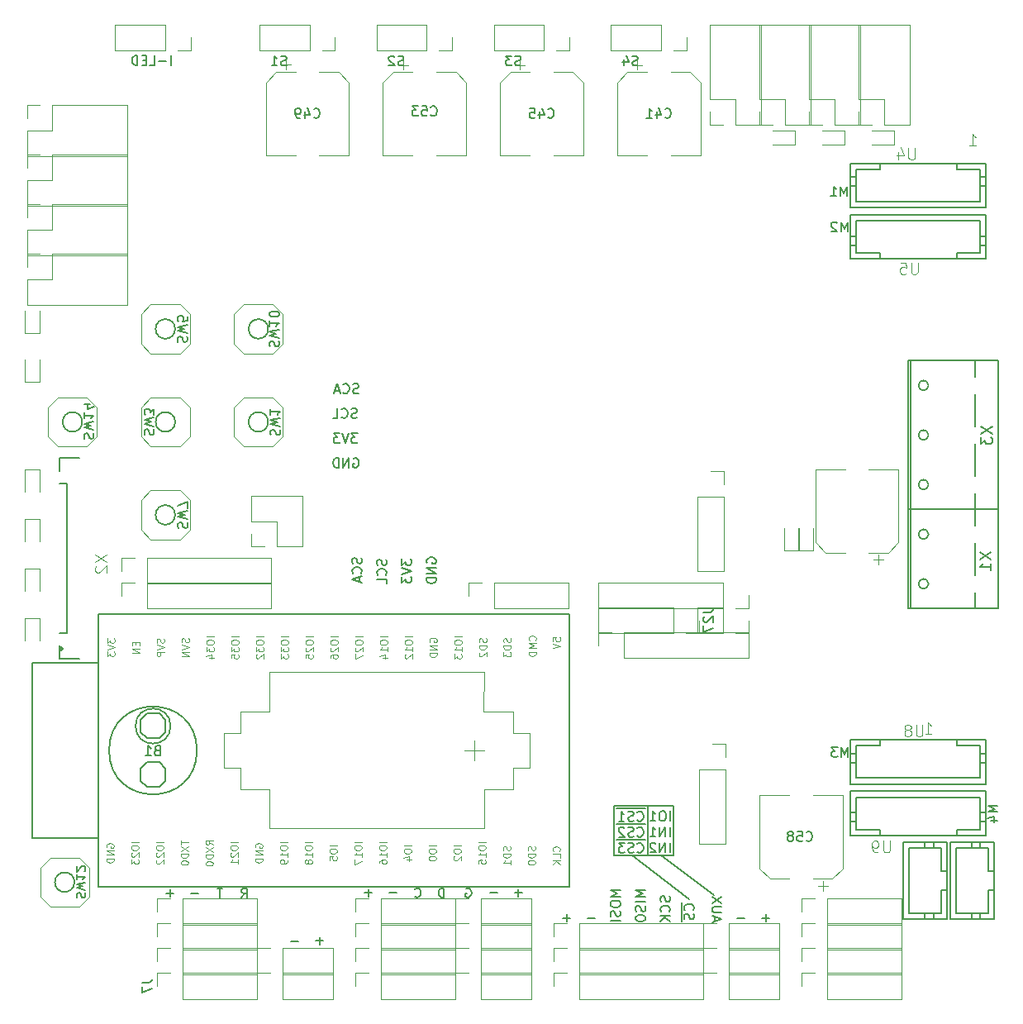
<source format=gbo>
G04 #@! TF.GenerationSoftware,KiCad,Pcbnew,6.0.2+dfsg-1*
G04 #@! TF.CreationDate,2023-02-12T20:19:59+01:00*
G04 #@! TF.ProjectId,RBCX,52424358-2e6b-4696-9361-645f70636258,rev?*
G04 #@! TF.SameCoordinates,Original*
G04 #@! TF.FileFunction,Legend,Bot*
G04 #@! TF.FilePolarity,Positive*
%FSLAX46Y46*%
G04 Gerber Fmt 4.6, Leading zero omitted, Abs format (unit mm)*
G04 Created by KiCad (PCBNEW 6.0.2+dfsg-1) date 2023-02-12 20:19:59*
%MOMM*%
%LPD*%
G01*
G04 APERTURE LIST*
%ADD10C,0.150000*%
%ADD11C,0.065024*%
%ADD12C,0.101600*%
%ADD13C,0.127000*%
%ADD14C,0.120000*%
%ADD15C,0.100000*%
%ADD16C,0.152400*%
%ADD17C,0.203200*%
G04 APERTURE END LIST*
D10*
X161205000Y-131805000D02*
X166680000Y-135810000D01*
X164115000Y-136305000D02*
X158240000Y-131795000D01*
X162535000Y-131790000D02*
X156410000Y-131790000D01*
X156410000Y-131790000D02*
X156410000Y-126690000D01*
X156410000Y-126690000D02*
X162535000Y-126690000D01*
X162535000Y-126690000D02*
X162535000Y-131790000D01*
X159865000Y-126695000D02*
X159870000Y-131780000D01*
X180329523Y-67892380D02*
X180329523Y-66892380D01*
X179996190Y-67606666D01*
X179662857Y-66892380D01*
X179662857Y-67892380D01*
X179234285Y-66987619D02*
X179186666Y-66940000D01*
X179091428Y-66892380D01*
X178853333Y-66892380D01*
X178758095Y-66940000D01*
X178710476Y-66987619D01*
X178662857Y-67082857D01*
X178662857Y-67178095D01*
X178710476Y-67320952D01*
X179281904Y-67892380D01*
X178662857Y-67892380D01*
X169815952Y-138186428D02*
X169054047Y-138186428D01*
X136005476Y-135981428D02*
X136053095Y-136024285D01*
X136195952Y-136067142D01*
X136291190Y-136067142D01*
X136434047Y-136024285D01*
X136529285Y-135938571D01*
X136576904Y-135852857D01*
X136624523Y-135681428D01*
X136624523Y-135552857D01*
X136576904Y-135381428D01*
X136529285Y-135295714D01*
X136434047Y-135210000D01*
X136291190Y-135167142D01*
X136195952Y-135167142D01*
X136053095Y-135210000D01*
X136005476Y-135252857D01*
X159607380Y-126995000D02*
X158607380Y-126995000D01*
X158797857Y-128182142D02*
X158845476Y-128229761D01*
X158988333Y-128277380D01*
X159083571Y-128277380D01*
X159226428Y-128229761D01*
X159321666Y-128134523D01*
X159369285Y-128039285D01*
X159416904Y-127848809D01*
X159416904Y-127705952D01*
X159369285Y-127515476D01*
X159321666Y-127420238D01*
X159226428Y-127325000D01*
X159083571Y-127277380D01*
X158988333Y-127277380D01*
X158845476Y-127325000D01*
X158797857Y-127372619D01*
X158607380Y-126995000D02*
X157655000Y-126995000D01*
X158416904Y-128229761D02*
X158274047Y-128277380D01*
X158035952Y-128277380D01*
X157940714Y-128229761D01*
X157893095Y-128182142D01*
X157845476Y-128086904D01*
X157845476Y-127991666D01*
X157893095Y-127896428D01*
X157940714Y-127848809D01*
X158035952Y-127801190D01*
X158226428Y-127753571D01*
X158321666Y-127705952D01*
X158369285Y-127658333D01*
X158416904Y-127563095D01*
X158416904Y-127467857D01*
X158369285Y-127372619D01*
X158321666Y-127325000D01*
X158226428Y-127277380D01*
X157988333Y-127277380D01*
X157845476Y-127325000D01*
X157655000Y-126995000D02*
X156702619Y-126995000D01*
X156893095Y-128277380D02*
X157464523Y-128277380D01*
X157178809Y-128277380D02*
X157178809Y-127277380D01*
X157274047Y-127420238D01*
X157369285Y-127515476D01*
X157464523Y-127563095D01*
X159607380Y-128605000D02*
X158607380Y-128605000D01*
X158797857Y-129792142D02*
X158845476Y-129839761D01*
X158988333Y-129887380D01*
X159083571Y-129887380D01*
X159226428Y-129839761D01*
X159321666Y-129744523D01*
X159369285Y-129649285D01*
X159416904Y-129458809D01*
X159416904Y-129315952D01*
X159369285Y-129125476D01*
X159321666Y-129030238D01*
X159226428Y-128935000D01*
X159083571Y-128887380D01*
X158988333Y-128887380D01*
X158845476Y-128935000D01*
X158797857Y-128982619D01*
X158607380Y-128605000D02*
X157655000Y-128605000D01*
X158416904Y-129839761D02*
X158274047Y-129887380D01*
X158035952Y-129887380D01*
X157940714Y-129839761D01*
X157893095Y-129792142D01*
X157845476Y-129696904D01*
X157845476Y-129601666D01*
X157893095Y-129506428D01*
X157940714Y-129458809D01*
X158035952Y-129411190D01*
X158226428Y-129363571D01*
X158321666Y-129315952D01*
X158369285Y-129268333D01*
X158416904Y-129173095D01*
X158416904Y-129077857D01*
X158369285Y-128982619D01*
X158321666Y-128935000D01*
X158226428Y-128887380D01*
X157988333Y-128887380D01*
X157845476Y-128935000D01*
X157655000Y-128605000D02*
X156702619Y-128605000D01*
X157464523Y-128982619D02*
X157416904Y-128935000D01*
X157321666Y-128887380D01*
X157083571Y-128887380D01*
X156988333Y-128935000D01*
X156940714Y-128982619D01*
X156893095Y-129077857D01*
X156893095Y-129173095D01*
X156940714Y-129315952D01*
X157512142Y-129887380D01*
X156893095Y-129887380D01*
X159607380Y-130215000D02*
X158607380Y-130215000D01*
X158797857Y-131402142D02*
X158845476Y-131449761D01*
X158988333Y-131497380D01*
X159083571Y-131497380D01*
X159226428Y-131449761D01*
X159321666Y-131354523D01*
X159369285Y-131259285D01*
X159416904Y-131068809D01*
X159416904Y-130925952D01*
X159369285Y-130735476D01*
X159321666Y-130640238D01*
X159226428Y-130545000D01*
X159083571Y-130497380D01*
X158988333Y-130497380D01*
X158845476Y-130545000D01*
X158797857Y-130592619D01*
X158607380Y-130215000D02*
X157655000Y-130215000D01*
X158416904Y-131449761D02*
X158274047Y-131497380D01*
X158035952Y-131497380D01*
X157940714Y-131449761D01*
X157893095Y-131402142D01*
X157845476Y-131306904D01*
X157845476Y-131211666D01*
X157893095Y-131116428D01*
X157940714Y-131068809D01*
X158035952Y-131021190D01*
X158226428Y-130973571D01*
X158321666Y-130925952D01*
X158369285Y-130878333D01*
X158416904Y-130783095D01*
X158416904Y-130687857D01*
X158369285Y-130592619D01*
X158321666Y-130545000D01*
X158226428Y-130497380D01*
X157988333Y-130497380D01*
X157845476Y-130545000D01*
X157655000Y-130215000D02*
X156702619Y-130215000D01*
X157512142Y-130497380D02*
X156893095Y-130497380D01*
X157226428Y-130878333D01*
X157083571Y-130878333D01*
X156988333Y-130925952D01*
X156940714Y-130973571D01*
X156893095Y-131068809D01*
X156893095Y-131306904D01*
X156940714Y-131402142D01*
X156988333Y-131449761D01*
X157083571Y-131497380D01*
X157369285Y-131497380D01*
X157464523Y-131449761D01*
X157512142Y-131402142D01*
X141233095Y-135210000D02*
X141328333Y-135167142D01*
X141471190Y-135167142D01*
X141614047Y-135210000D01*
X141709285Y-135295714D01*
X141756904Y-135381428D01*
X141804523Y-135552857D01*
X141804523Y-135681428D01*
X141756904Y-135852857D01*
X141709285Y-135938571D01*
X141614047Y-136024285D01*
X141471190Y-136067142D01*
X141375952Y-136067142D01*
X141233095Y-136024285D01*
X141185476Y-135981428D01*
X141185476Y-135681428D01*
X141375952Y-135681428D01*
X134851904Y-50829761D02*
X134709047Y-50877380D01*
X134470952Y-50877380D01*
X134375714Y-50829761D01*
X134328095Y-50782142D01*
X134280476Y-50686904D01*
X134280476Y-50591666D01*
X134328095Y-50496428D01*
X134375714Y-50448809D01*
X134470952Y-50401190D01*
X134661428Y-50353571D01*
X134756666Y-50305952D01*
X134804285Y-50258333D01*
X134851904Y-50163095D01*
X134851904Y-50067857D01*
X134804285Y-49972619D01*
X134756666Y-49925000D01*
X134661428Y-49877380D01*
X134423333Y-49877380D01*
X134280476Y-49925000D01*
X133899523Y-49972619D02*
X133851904Y-49925000D01*
X133756666Y-49877380D01*
X133518571Y-49877380D01*
X133423333Y-49925000D01*
X133375714Y-49972619D01*
X133328095Y-50067857D01*
X133328095Y-50163095D01*
X133375714Y-50305952D01*
X133947142Y-50877380D01*
X133328095Y-50877380D01*
X131625952Y-135601428D02*
X130864047Y-135601428D01*
X131245000Y-135982380D02*
X131245000Y-135220476D01*
X146851904Y-50829761D02*
X146709047Y-50877380D01*
X146470952Y-50877380D01*
X146375714Y-50829761D01*
X146328095Y-50782142D01*
X146280476Y-50686904D01*
X146280476Y-50591666D01*
X146328095Y-50496428D01*
X146375714Y-50448809D01*
X146470952Y-50401190D01*
X146661428Y-50353571D01*
X146756666Y-50305952D01*
X146804285Y-50258333D01*
X146851904Y-50163095D01*
X146851904Y-50067857D01*
X146804285Y-49972619D01*
X146756666Y-49925000D01*
X146661428Y-49877380D01*
X146423333Y-49877380D01*
X146280476Y-49925000D01*
X145947142Y-49877380D02*
X145328095Y-49877380D01*
X145661428Y-50258333D01*
X145518571Y-50258333D01*
X145423333Y-50305952D01*
X145375714Y-50353571D01*
X145328095Y-50448809D01*
X145328095Y-50686904D01*
X145375714Y-50782142D01*
X145423333Y-50829761D01*
X145518571Y-50877380D01*
X145804285Y-50877380D01*
X145899523Y-50829761D01*
X145947142Y-50782142D01*
X195722380Y-126670476D02*
X194722380Y-126670476D01*
X195436666Y-127003809D01*
X194722380Y-127337142D01*
X195722380Y-127337142D01*
X195055714Y-128241904D02*
X195722380Y-128241904D01*
X194674761Y-128003809D02*
X195389047Y-127765714D01*
X195389047Y-128384761D01*
X158851904Y-50829761D02*
X158709047Y-50877380D01*
X158470952Y-50877380D01*
X158375714Y-50829761D01*
X158328095Y-50782142D01*
X158280476Y-50686904D01*
X158280476Y-50591666D01*
X158328095Y-50496428D01*
X158375714Y-50448809D01*
X158470952Y-50401190D01*
X158661428Y-50353571D01*
X158756666Y-50305952D01*
X158804285Y-50258333D01*
X158851904Y-50163095D01*
X158851904Y-50067857D01*
X158804285Y-49972619D01*
X158756666Y-49925000D01*
X158661428Y-49877380D01*
X158423333Y-49877380D01*
X158280476Y-49925000D01*
X157423333Y-50210714D02*
X157423333Y-50877380D01*
X157661428Y-49829761D02*
X157899523Y-50544047D01*
X157280476Y-50544047D01*
X116300714Y-135167142D02*
X115729285Y-135167142D01*
X116015000Y-136067142D02*
X116015000Y-135167142D01*
X162114761Y-135964285D02*
X162162380Y-136107142D01*
X162162380Y-136345238D01*
X162114761Y-136440476D01*
X162067142Y-136488095D01*
X161971904Y-136535714D01*
X161876666Y-136535714D01*
X161781428Y-136488095D01*
X161733809Y-136440476D01*
X161686190Y-136345238D01*
X161638571Y-136154761D01*
X161590952Y-136059523D01*
X161543333Y-136011904D01*
X161448095Y-135964285D01*
X161352857Y-135964285D01*
X161257619Y-136011904D01*
X161210000Y-136059523D01*
X161162380Y-136154761D01*
X161162380Y-136392857D01*
X161210000Y-136535714D01*
X162067142Y-137535714D02*
X162114761Y-137488095D01*
X162162380Y-137345238D01*
X162162380Y-137250000D01*
X162114761Y-137107142D01*
X162019523Y-137011904D01*
X161924285Y-136964285D01*
X161733809Y-136916666D01*
X161590952Y-136916666D01*
X161400476Y-136964285D01*
X161305238Y-137011904D01*
X161210000Y-137107142D01*
X161162380Y-137250000D01*
X161162380Y-137345238D01*
X161210000Y-137488095D01*
X161257619Y-137535714D01*
X162162380Y-137964285D02*
X161162380Y-137964285D01*
X162162380Y-138535714D02*
X161590952Y-138107142D01*
X161162380Y-138535714D02*
X161733809Y-137964285D01*
X134160952Y-135601428D02*
X133399047Y-135601428D01*
X166738333Y-138523095D02*
X166738333Y-138046904D01*
X166452619Y-138618333D02*
X167452619Y-138285000D01*
X166452619Y-137951666D01*
X167452619Y-137618333D02*
X166643095Y-137618333D01*
X166547857Y-137570714D01*
X166500238Y-137523095D01*
X166452619Y-137427857D01*
X166452619Y-137237380D01*
X166500238Y-137142142D01*
X166547857Y-137094523D01*
X166643095Y-137046904D01*
X167452619Y-137046904D01*
X167452619Y-136665952D02*
X166452619Y-135999285D01*
X167452619Y-135999285D02*
X166452619Y-136665952D01*
X130234285Y-84414761D02*
X130091428Y-84462380D01*
X129853333Y-84462380D01*
X129758095Y-84414761D01*
X129710476Y-84367142D01*
X129662857Y-84271904D01*
X129662857Y-84176666D01*
X129710476Y-84081428D01*
X129758095Y-84033809D01*
X129853333Y-83986190D01*
X130043809Y-83938571D01*
X130139047Y-83890952D01*
X130186666Y-83843333D01*
X130234285Y-83748095D01*
X130234285Y-83652857D01*
X130186666Y-83557619D01*
X130139047Y-83510000D01*
X130043809Y-83462380D01*
X129805714Y-83462380D01*
X129662857Y-83510000D01*
X128662857Y-84367142D02*
X128710476Y-84414761D01*
X128853333Y-84462380D01*
X128948571Y-84462380D01*
X129091428Y-84414761D01*
X129186666Y-84319523D01*
X129234285Y-84224285D01*
X129281904Y-84033809D01*
X129281904Y-83890952D01*
X129234285Y-83700476D01*
X129186666Y-83605238D01*
X129091428Y-83510000D01*
X128948571Y-83462380D01*
X128853333Y-83462380D01*
X128710476Y-83510000D01*
X128662857Y-83557619D01*
X128281904Y-84176666D02*
X127805714Y-84176666D01*
X128377142Y-84462380D02*
X128043809Y-83462380D01*
X127710476Y-84462380D01*
X172345952Y-138176428D02*
X171584047Y-138176428D01*
X171965000Y-138557380D02*
X171965000Y-137795476D01*
X134667380Y-101416904D02*
X134667380Y-102035952D01*
X135048333Y-101702619D01*
X135048333Y-101845476D01*
X135095952Y-101940714D01*
X135143571Y-101988333D01*
X135238809Y-102035952D01*
X135476904Y-102035952D01*
X135572142Y-101988333D01*
X135619761Y-101940714D01*
X135667380Y-101845476D01*
X135667380Y-101559761D01*
X135619761Y-101464523D01*
X135572142Y-101416904D01*
X134667380Y-102321666D02*
X135667380Y-102655000D01*
X134667380Y-102988333D01*
X134667380Y-103226428D02*
X134667380Y-103845476D01*
X135048333Y-103512142D01*
X135048333Y-103655000D01*
X135095952Y-103750238D01*
X135143571Y-103797857D01*
X135238809Y-103845476D01*
X135476904Y-103845476D01*
X135572142Y-103797857D01*
X135619761Y-103750238D01*
X135667380Y-103655000D01*
X135667380Y-103369285D01*
X135619761Y-103274047D01*
X135572142Y-103226428D01*
X146970952Y-135601428D02*
X146209047Y-135601428D01*
X146590000Y-135982380D02*
X146590000Y-135220476D01*
X113855952Y-135666428D02*
X113094047Y-135666428D01*
X111310952Y-135656428D02*
X110549047Y-135656428D01*
X110930000Y-136037380D02*
X110930000Y-135275476D01*
X159637380Y-135368571D02*
X158637380Y-135368571D01*
X159351666Y-135701904D01*
X158637380Y-136035238D01*
X159637380Y-136035238D01*
X159637380Y-136511428D02*
X158637380Y-136511428D01*
X159589761Y-136940000D02*
X159637380Y-137082857D01*
X159637380Y-137320952D01*
X159589761Y-137416190D01*
X159542142Y-137463809D01*
X159446904Y-137511428D01*
X159351666Y-137511428D01*
X159256428Y-137463809D01*
X159208809Y-137416190D01*
X159161190Y-137320952D01*
X159113571Y-137130476D01*
X159065952Y-137035238D01*
X159018333Y-136987619D01*
X158923095Y-136940000D01*
X158827857Y-136940000D01*
X158732619Y-136987619D01*
X158685000Y-137035238D01*
X158637380Y-137130476D01*
X158637380Y-137368571D01*
X158685000Y-137511428D01*
X158637380Y-138130476D02*
X158637380Y-138320952D01*
X158685000Y-138416190D01*
X158780238Y-138511428D01*
X158970714Y-138559047D01*
X159304047Y-138559047D01*
X159494523Y-138511428D01*
X159589761Y-138416190D01*
X159637380Y-138320952D01*
X159637380Y-138130476D01*
X159589761Y-138035238D01*
X159494523Y-137940000D01*
X159304047Y-137892380D01*
X158970714Y-137892380D01*
X158780238Y-137940000D01*
X158685000Y-138035238D01*
X158637380Y-138130476D01*
X153729047Y-138193571D02*
X154490952Y-138193571D01*
X118255476Y-136067142D02*
X118588809Y-135638571D01*
X118826904Y-136067142D02*
X118826904Y-135167142D01*
X118445952Y-135167142D01*
X118350714Y-135210000D01*
X118303095Y-135252857D01*
X118255476Y-135338571D01*
X118255476Y-135467142D01*
X118303095Y-135552857D01*
X118350714Y-135595714D01*
X118445952Y-135638571D01*
X118826904Y-135638571D01*
X144440952Y-135611428D02*
X143679047Y-135611428D01*
X180374523Y-121697380D02*
X180374523Y-120697380D01*
X180041190Y-121411666D01*
X179707857Y-120697380D01*
X179707857Y-121697380D01*
X179326904Y-120697380D02*
X178707857Y-120697380D01*
X179041190Y-121078333D01*
X178898333Y-121078333D01*
X178803095Y-121125952D01*
X178755476Y-121173571D01*
X178707857Y-121268809D01*
X178707857Y-121506904D01*
X178755476Y-121602142D01*
X178803095Y-121649761D01*
X178898333Y-121697380D01*
X179184047Y-121697380D01*
X179279285Y-121649761D01*
X179326904Y-121602142D01*
X162145000Y-128252380D02*
X162145000Y-127252380D01*
X161478333Y-127252380D02*
X161287857Y-127252380D01*
X161192619Y-127300000D01*
X161097380Y-127395238D01*
X161049761Y-127585714D01*
X161049761Y-127919047D01*
X161097380Y-128109523D01*
X161192619Y-128204761D01*
X161287857Y-128252380D01*
X161478333Y-128252380D01*
X161573571Y-128204761D01*
X161668809Y-128109523D01*
X161716428Y-127919047D01*
X161716428Y-127585714D01*
X161668809Y-127395238D01*
X161573571Y-127300000D01*
X161478333Y-127252380D01*
X160097380Y-128252380D02*
X160668809Y-128252380D01*
X160383095Y-128252380D02*
X160383095Y-127252380D01*
X160478333Y-127395238D01*
X160573571Y-127490476D01*
X160668809Y-127538095D01*
X162145000Y-129862380D02*
X162145000Y-128862380D01*
X161668809Y-129862380D02*
X161668809Y-128862380D01*
X161097380Y-129862380D01*
X161097380Y-128862380D01*
X160097380Y-129862380D02*
X160668809Y-129862380D01*
X160383095Y-129862380D02*
X160383095Y-128862380D01*
X160478333Y-129005238D01*
X160573571Y-129100476D01*
X160668809Y-129148095D01*
X162145000Y-131472380D02*
X162145000Y-130472380D01*
X161668809Y-131472380D02*
X161668809Y-130472380D01*
X161097380Y-131472380D01*
X161097380Y-130472380D01*
X160668809Y-130567619D02*
X160621190Y-130520000D01*
X160525952Y-130472380D01*
X160287857Y-130472380D01*
X160192619Y-130520000D01*
X160145000Y-130567619D01*
X160097380Y-130662857D01*
X160097380Y-130758095D01*
X160145000Y-130900952D01*
X160716428Y-131472380D01*
X160097380Y-131472380D01*
X122851904Y-50829761D02*
X122709047Y-50877380D01*
X122470952Y-50877380D01*
X122375714Y-50829761D01*
X122328095Y-50782142D01*
X122280476Y-50686904D01*
X122280476Y-50591666D01*
X122328095Y-50496428D01*
X122375714Y-50448809D01*
X122470952Y-50401190D01*
X122661428Y-50353571D01*
X122756666Y-50305952D01*
X122804285Y-50258333D01*
X122851904Y-50163095D01*
X122851904Y-50067857D01*
X122804285Y-49972619D01*
X122756666Y-49925000D01*
X122661428Y-49877380D01*
X122423333Y-49877380D01*
X122280476Y-49925000D01*
X121328095Y-50877380D02*
X121899523Y-50877380D01*
X121613809Y-50877380D02*
X121613809Y-49877380D01*
X121709047Y-50020238D01*
X121804285Y-50115476D01*
X121899523Y-50163095D01*
X130128095Y-88552380D02*
X129509047Y-88552380D01*
X129842380Y-88933333D01*
X129699523Y-88933333D01*
X129604285Y-88980952D01*
X129556666Y-89028571D01*
X129509047Y-89123809D01*
X129509047Y-89361904D01*
X129556666Y-89457142D01*
X129604285Y-89504761D01*
X129699523Y-89552380D01*
X129985238Y-89552380D01*
X130080476Y-89504761D01*
X130128095Y-89457142D01*
X129223333Y-88552380D02*
X128890000Y-89552380D01*
X128556666Y-88552380D01*
X128318571Y-88552380D02*
X127699523Y-88552380D01*
X128032857Y-88933333D01*
X127890000Y-88933333D01*
X127794761Y-88980952D01*
X127747142Y-89028571D01*
X127699523Y-89123809D01*
X127699523Y-89361904D01*
X127747142Y-89457142D01*
X127794761Y-89504761D01*
X127890000Y-89552380D01*
X128175714Y-89552380D01*
X128270952Y-89504761D01*
X128318571Y-89457142D01*
X111026190Y-50827380D02*
X111026190Y-49827380D01*
X110550000Y-50446428D02*
X109788095Y-50446428D01*
X108835714Y-50827380D02*
X109311904Y-50827380D01*
X109311904Y-49827380D01*
X108502380Y-50303571D02*
X108169047Y-50303571D01*
X108026190Y-50827380D02*
X108502380Y-50827380D01*
X108502380Y-49827380D01*
X108026190Y-49827380D01*
X107597619Y-50827380D02*
X107597619Y-49827380D01*
X107359523Y-49827380D01*
X107216666Y-49875000D01*
X107121428Y-49970238D01*
X107073809Y-50065476D01*
X107026190Y-50255952D01*
X107026190Y-50398809D01*
X107073809Y-50589285D01*
X107121428Y-50684523D01*
X107216666Y-50779761D01*
X107359523Y-50827380D01*
X107597619Y-50827380D01*
X138991904Y-136067142D02*
X138991904Y-135167142D01*
X138753809Y-135167142D01*
X138610952Y-135210000D01*
X138515714Y-135295714D01*
X138468095Y-135381428D01*
X138420476Y-135552857D01*
X138420476Y-135681428D01*
X138468095Y-135852857D01*
X138515714Y-135938571D01*
X138610952Y-136024285D01*
X138753809Y-136067142D01*
X138991904Y-136067142D01*
X130070476Y-86949761D02*
X129927619Y-86997380D01*
X129689523Y-86997380D01*
X129594285Y-86949761D01*
X129546666Y-86902142D01*
X129499047Y-86806904D01*
X129499047Y-86711666D01*
X129546666Y-86616428D01*
X129594285Y-86568809D01*
X129689523Y-86521190D01*
X129880000Y-86473571D01*
X129975238Y-86425952D01*
X130022857Y-86378333D01*
X130070476Y-86283095D01*
X130070476Y-86187857D01*
X130022857Y-86092619D01*
X129975238Y-86045000D01*
X129880000Y-85997380D01*
X129641904Y-85997380D01*
X129499047Y-86045000D01*
X128499047Y-86902142D02*
X128546666Y-86949761D01*
X128689523Y-86997380D01*
X128784761Y-86997380D01*
X128927619Y-86949761D01*
X129022857Y-86854523D01*
X129070476Y-86759285D01*
X129118095Y-86568809D01*
X129118095Y-86425952D01*
X129070476Y-86235476D01*
X129022857Y-86140238D01*
X128927619Y-86045000D01*
X128784761Y-85997380D01*
X128689523Y-85997380D01*
X128546666Y-86045000D01*
X128499047Y-86092619D01*
X127594285Y-86997380D02*
X128070476Y-86997380D01*
X128070476Y-85997380D01*
X163315000Y-136578809D02*
X163315000Y-137578809D01*
X164502142Y-137388333D02*
X164549761Y-137340714D01*
X164597380Y-137197857D01*
X164597380Y-137102619D01*
X164549761Y-136959761D01*
X164454523Y-136864523D01*
X164359285Y-136816904D01*
X164168809Y-136769285D01*
X164025952Y-136769285D01*
X163835476Y-136816904D01*
X163740238Y-136864523D01*
X163645000Y-136959761D01*
X163597380Y-137102619D01*
X163597380Y-137197857D01*
X163645000Y-137340714D01*
X163692619Y-137388333D01*
X163315000Y-137578809D02*
X163315000Y-138531190D01*
X164549761Y-137769285D02*
X164597380Y-137912142D01*
X164597380Y-138150238D01*
X164549761Y-138245476D01*
X164502142Y-138293095D01*
X164406904Y-138340714D01*
X164311666Y-138340714D01*
X164216428Y-138293095D01*
X164168809Y-138245476D01*
X164121190Y-138150238D01*
X164073571Y-137959761D01*
X164025952Y-137864523D01*
X163978333Y-137816904D01*
X163883095Y-137769285D01*
X163787857Y-137769285D01*
X163692619Y-137816904D01*
X163645000Y-137864523D01*
X163597380Y-137959761D01*
X163597380Y-138197857D01*
X163645000Y-138340714D01*
X126645952Y-140536428D02*
X125884047Y-140536428D01*
X126265000Y-140917380D02*
X126265000Y-140155476D01*
X130529761Y-101310714D02*
X130577380Y-101453571D01*
X130577380Y-101691666D01*
X130529761Y-101786904D01*
X130482142Y-101834523D01*
X130386904Y-101882142D01*
X130291666Y-101882142D01*
X130196428Y-101834523D01*
X130148809Y-101786904D01*
X130101190Y-101691666D01*
X130053571Y-101501190D01*
X130005952Y-101405952D01*
X129958333Y-101358333D01*
X129863095Y-101310714D01*
X129767857Y-101310714D01*
X129672619Y-101358333D01*
X129625000Y-101405952D01*
X129577380Y-101501190D01*
X129577380Y-101739285D01*
X129625000Y-101882142D01*
X130482142Y-102882142D02*
X130529761Y-102834523D01*
X130577380Y-102691666D01*
X130577380Y-102596428D01*
X130529761Y-102453571D01*
X130434523Y-102358333D01*
X130339285Y-102310714D01*
X130148809Y-102263095D01*
X130005952Y-102263095D01*
X129815476Y-102310714D01*
X129720238Y-102358333D01*
X129625000Y-102453571D01*
X129577380Y-102596428D01*
X129577380Y-102691666D01*
X129625000Y-102834523D01*
X129672619Y-102882142D01*
X130291666Y-103263095D02*
X130291666Y-103739285D01*
X130577380Y-103167857D02*
X129577380Y-103501190D01*
X130577380Y-103834523D01*
X157057380Y-135318571D02*
X156057380Y-135318571D01*
X156771666Y-135651904D01*
X156057380Y-135985238D01*
X157057380Y-135985238D01*
X156057380Y-136651904D02*
X156057380Y-136842380D01*
X156105000Y-136937619D01*
X156200238Y-137032857D01*
X156390714Y-137080476D01*
X156724047Y-137080476D01*
X156914523Y-137032857D01*
X157009761Y-136937619D01*
X157057380Y-136842380D01*
X157057380Y-136651904D01*
X157009761Y-136556666D01*
X156914523Y-136461428D01*
X156724047Y-136413809D01*
X156390714Y-136413809D01*
X156200238Y-136461428D01*
X156105000Y-136556666D01*
X156057380Y-136651904D01*
X157009761Y-137461428D02*
X157057380Y-137604285D01*
X157057380Y-137842380D01*
X157009761Y-137937619D01*
X156962142Y-137985238D01*
X156866904Y-138032857D01*
X156771666Y-138032857D01*
X156676428Y-137985238D01*
X156628809Y-137937619D01*
X156581190Y-137842380D01*
X156533571Y-137651904D01*
X156485952Y-137556666D01*
X156438333Y-137509047D01*
X156343095Y-137461428D01*
X156247857Y-137461428D01*
X156152619Y-137509047D01*
X156105000Y-137556666D01*
X156057380Y-137651904D01*
X156057380Y-137890000D01*
X156105000Y-138032857D01*
X157057380Y-138461428D02*
X156057380Y-138461428D01*
X137240000Y-101828095D02*
X137192380Y-101732857D01*
X137192380Y-101590000D01*
X137240000Y-101447142D01*
X137335238Y-101351904D01*
X137430476Y-101304285D01*
X137620952Y-101256666D01*
X137763809Y-101256666D01*
X137954285Y-101304285D01*
X138049523Y-101351904D01*
X138144761Y-101447142D01*
X138192380Y-101590000D01*
X138192380Y-101685238D01*
X138144761Y-101828095D01*
X138097142Y-101875714D01*
X137763809Y-101875714D01*
X137763809Y-101685238D01*
X138192380Y-102304285D02*
X137192380Y-102304285D01*
X138192380Y-102875714D01*
X137192380Y-102875714D01*
X138192380Y-103351904D02*
X137192380Y-103351904D01*
X137192380Y-103590000D01*
X137240000Y-103732857D01*
X137335238Y-103828095D01*
X137430476Y-103875714D01*
X137620952Y-103923333D01*
X137763809Y-103923333D01*
X137954285Y-103875714D01*
X138049523Y-103828095D01*
X138144761Y-103732857D01*
X138192380Y-103590000D01*
X138192380Y-103351904D01*
X124090952Y-140626428D02*
X123329047Y-140626428D01*
X180294523Y-64252380D02*
X180294523Y-63252380D01*
X179961190Y-63966666D01*
X179627857Y-63252380D01*
X179627857Y-64252380D01*
X178627857Y-64252380D02*
X179199285Y-64252380D01*
X178913571Y-64252380D02*
X178913571Y-63252380D01*
X179008809Y-63395238D01*
X179104047Y-63490476D01*
X179199285Y-63538095D01*
X133064761Y-101474523D02*
X133112380Y-101617380D01*
X133112380Y-101855476D01*
X133064761Y-101950714D01*
X133017142Y-101998333D01*
X132921904Y-102045952D01*
X132826666Y-102045952D01*
X132731428Y-101998333D01*
X132683809Y-101950714D01*
X132636190Y-101855476D01*
X132588571Y-101665000D01*
X132540952Y-101569761D01*
X132493333Y-101522142D01*
X132398095Y-101474523D01*
X132302857Y-101474523D01*
X132207619Y-101522142D01*
X132160000Y-101569761D01*
X132112380Y-101665000D01*
X132112380Y-101903095D01*
X132160000Y-102045952D01*
X133017142Y-103045952D02*
X133064761Y-102998333D01*
X133112380Y-102855476D01*
X133112380Y-102760238D01*
X133064761Y-102617380D01*
X132969523Y-102522142D01*
X132874285Y-102474523D01*
X132683809Y-102426904D01*
X132540952Y-102426904D01*
X132350476Y-102474523D01*
X132255238Y-102522142D01*
X132160000Y-102617380D01*
X132112380Y-102760238D01*
X132112380Y-102855476D01*
X132160000Y-102998333D01*
X132207619Y-103045952D01*
X133112380Y-103950714D02*
X133112380Y-103474523D01*
X132112380Y-103474523D01*
X151199047Y-138203571D02*
X151960952Y-138203571D01*
X151580000Y-137822619D02*
X151580000Y-138584523D01*
X129716904Y-91125000D02*
X129812142Y-91077380D01*
X129955000Y-91077380D01*
X130097857Y-91125000D01*
X130193095Y-91220238D01*
X130240714Y-91315476D01*
X130288333Y-91505952D01*
X130288333Y-91648809D01*
X130240714Y-91839285D01*
X130193095Y-91934523D01*
X130097857Y-92029761D01*
X129955000Y-92077380D01*
X129859761Y-92077380D01*
X129716904Y-92029761D01*
X129669285Y-91982142D01*
X129669285Y-91648809D01*
X129859761Y-91648809D01*
X129240714Y-92077380D02*
X129240714Y-91077380D01*
X128669285Y-92077380D01*
X128669285Y-91077380D01*
X128193095Y-92077380D02*
X128193095Y-91077380D01*
X127955000Y-91077380D01*
X127812142Y-91125000D01*
X127716904Y-91220238D01*
X127669285Y-91315476D01*
X127621666Y-91505952D01*
X127621666Y-91648809D01*
X127669285Y-91839285D01*
X127716904Y-91934523D01*
X127812142Y-92029761D01*
X127955000Y-92077380D01*
X128193095Y-92077380D01*
G04 #@! TO.C,C49*
X125637857Y-56152142D02*
X125685476Y-56199761D01*
X125828333Y-56247380D01*
X125923571Y-56247380D01*
X126066428Y-56199761D01*
X126161666Y-56104523D01*
X126209285Y-56009285D01*
X126256904Y-55818809D01*
X126256904Y-55675952D01*
X126209285Y-55485476D01*
X126161666Y-55390238D01*
X126066428Y-55295000D01*
X125923571Y-55247380D01*
X125828333Y-55247380D01*
X125685476Y-55295000D01*
X125637857Y-55342619D01*
X124780714Y-55580714D02*
X124780714Y-56247380D01*
X125018809Y-55199761D02*
X125256904Y-55914047D01*
X124637857Y-55914047D01*
X124209285Y-56247380D02*
X124018809Y-56247380D01*
X123923571Y-56199761D01*
X123875952Y-56152142D01*
X123780714Y-56009285D01*
X123733095Y-55818809D01*
X123733095Y-55437857D01*
X123780714Y-55342619D01*
X123828333Y-55295000D01*
X123923571Y-55247380D01*
X124114047Y-55247380D01*
X124209285Y-55295000D01*
X124256904Y-55342619D01*
X124304523Y-55437857D01*
X124304523Y-55675952D01*
X124256904Y-55771190D01*
X124209285Y-55818809D01*
X124114047Y-55866428D01*
X123923571Y-55866428D01*
X123828333Y-55818809D01*
X123780714Y-55771190D01*
X123733095Y-55675952D01*
G04 #@! TO.C,C53*
X137642857Y-55927142D02*
X137690476Y-55974761D01*
X137833333Y-56022380D01*
X137928571Y-56022380D01*
X138071428Y-55974761D01*
X138166666Y-55879523D01*
X138214285Y-55784285D01*
X138261904Y-55593809D01*
X138261904Y-55450952D01*
X138214285Y-55260476D01*
X138166666Y-55165238D01*
X138071428Y-55070000D01*
X137928571Y-55022380D01*
X137833333Y-55022380D01*
X137690476Y-55070000D01*
X137642857Y-55117619D01*
X136738095Y-55022380D02*
X137214285Y-55022380D01*
X137261904Y-55498571D01*
X137214285Y-55450952D01*
X137119047Y-55403333D01*
X136880952Y-55403333D01*
X136785714Y-55450952D01*
X136738095Y-55498571D01*
X136690476Y-55593809D01*
X136690476Y-55831904D01*
X136738095Y-55927142D01*
X136785714Y-55974761D01*
X136880952Y-56022380D01*
X137119047Y-56022380D01*
X137214285Y-55974761D01*
X137261904Y-55927142D01*
X136357142Y-55022380D02*
X135738095Y-55022380D01*
X136071428Y-55403333D01*
X135928571Y-55403333D01*
X135833333Y-55450952D01*
X135785714Y-55498571D01*
X135738095Y-55593809D01*
X135738095Y-55831904D01*
X135785714Y-55927142D01*
X135833333Y-55974761D01*
X135928571Y-56022380D01*
X136214285Y-56022380D01*
X136309523Y-55974761D01*
X136357142Y-55927142D01*
G04 #@! TO.C,SW14*
X102150238Y-89109523D02*
X102102619Y-88966666D01*
X102102619Y-88728571D01*
X102150238Y-88633333D01*
X102197857Y-88585714D01*
X102293095Y-88538095D01*
X102388333Y-88538095D01*
X102483571Y-88585714D01*
X102531190Y-88633333D01*
X102578809Y-88728571D01*
X102626428Y-88919047D01*
X102674047Y-89014285D01*
X102721666Y-89061904D01*
X102816904Y-89109523D01*
X102912142Y-89109523D01*
X103007380Y-89061904D01*
X103055000Y-89014285D01*
X103102619Y-88919047D01*
X103102619Y-88680952D01*
X103055000Y-88538095D01*
X103102619Y-88204761D02*
X102102619Y-87966666D01*
X102816904Y-87776190D01*
X102102619Y-87585714D01*
X103102619Y-87347619D01*
X102102619Y-86442857D02*
X102102619Y-87014285D01*
X102102619Y-86728571D02*
X103102619Y-86728571D01*
X102959761Y-86823809D01*
X102864523Y-86919047D01*
X102816904Y-87014285D01*
X102769285Y-85585714D02*
X102102619Y-85585714D01*
X103150238Y-85823809D02*
X102435952Y-86061904D01*
X102435952Y-85442857D01*
D11*
G04 #@! TO.C,IM3*
X112019391Y-130217294D02*
X112019391Y-130644594D01*
X112767167Y-130430944D02*
X112019391Y-130430944D01*
X112019391Y-130822636D02*
X112767167Y-131321153D01*
X112019391Y-131321153D02*
X112767167Y-130822636D01*
X112767167Y-131606020D02*
X112019391Y-131606020D01*
X112019391Y-131784062D01*
X112055000Y-131890888D01*
X112126216Y-131962104D01*
X112197433Y-131997713D01*
X112339867Y-132033321D01*
X112446692Y-132033321D01*
X112589125Y-131997713D01*
X112660342Y-131962104D01*
X112731559Y-131890888D01*
X112767167Y-131784062D01*
X112767167Y-131606020D01*
X112019391Y-132496230D02*
X112019391Y-132567447D01*
X112055000Y-132638664D01*
X112090608Y-132674272D01*
X112161825Y-132709880D01*
X112304258Y-132745489D01*
X112482300Y-132745489D01*
X112624734Y-132709880D01*
X112695950Y-132674272D01*
X112731559Y-132638664D01*
X112767167Y-132567447D01*
X112767167Y-132496230D01*
X112731559Y-132425013D01*
X112695950Y-132389405D01*
X112624734Y-132353796D01*
X112482300Y-132318188D01*
X112304258Y-132318188D01*
X112161825Y-132353796D01*
X112090608Y-132389405D01*
X112055000Y-132425013D01*
X112019391Y-132496230D01*
X133087167Y-130413140D02*
X132339391Y-130413140D01*
X132339391Y-130911657D02*
X132339391Y-131054091D01*
X132375000Y-131125307D01*
X132446216Y-131196524D01*
X132588650Y-131232132D01*
X132837908Y-131232132D01*
X132980342Y-131196524D01*
X133051559Y-131125307D01*
X133087167Y-131054091D01*
X133087167Y-130911657D01*
X133051559Y-130840440D01*
X132980342Y-130769224D01*
X132837908Y-130733615D01*
X132588650Y-130733615D01*
X132446216Y-130769224D01*
X132375000Y-130840440D01*
X132339391Y-130911657D01*
X133087167Y-131944300D02*
X133087167Y-131517000D01*
X133087167Y-131730650D02*
X132339391Y-131730650D01*
X132446216Y-131659433D01*
X132517433Y-131588216D01*
X132553041Y-131517000D01*
X132339391Y-132585251D02*
X132339391Y-132442817D01*
X132375000Y-132371601D01*
X132410608Y-132335992D01*
X132517433Y-132264776D01*
X132659867Y-132229167D01*
X132944734Y-132229167D01*
X133015950Y-132264776D01*
X133051559Y-132300384D01*
X133087167Y-132371601D01*
X133087167Y-132514034D01*
X133051559Y-132585251D01*
X133015950Y-132620859D01*
X132944734Y-132656468D01*
X132766692Y-132656468D01*
X132695475Y-132620859D01*
X132659867Y-132585251D01*
X132624258Y-132514034D01*
X132624258Y-132371601D01*
X132659867Y-132300384D01*
X132695475Y-132264776D01*
X132766692Y-132229167D01*
X145783783Y-109531377D02*
X145819391Y-109638203D01*
X145819391Y-109816244D01*
X145783783Y-109887461D01*
X145748174Y-109923070D01*
X145676958Y-109958678D01*
X145605741Y-109958678D01*
X145534524Y-109923070D01*
X145498916Y-109887461D01*
X145463307Y-109816244D01*
X145427699Y-109673811D01*
X145392091Y-109602594D01*
X145356482Y-109566986D01*
X145285265Y-109531377D01*
X145214049Y-109531377D01*
X145142832Y-109566986D01*
X145107224Y-109602594D01*
X145071615Y-109673811D01*
X145071615Y-109851853D01*
X145107224Y-109958678D01*
X145819391Y-110279153D02*
X145071615Y-110279153D01*
X145071615Y-110457195D01*
X145107224Y-110564020D01*
X145178440Y-110635237D01*
X145249657Y-110670846D01*
X145392091Y-110706454D01*
X145498916Y-110706454D01*
X145641349Y-110670846D01*
X145712566Y-110635237D01*
X145783783Y-110564020D01*
X145819391Y-110457195D01*
X145819391Y-110279153D01*
X145071615Y-110955713D02*
X145071615Y-111418622D01*
X145356482Y-111169363D01*
X145356482Y-111276188D01*
X145392091Y-111347405D01*
X145427699Y-111383013D01*
X145498916Y-111418622D01*
X145676958Y-111418622D01*
X145748174Y-111383013D01*
X145783783Y-111347405D01*
X145819391Y-111276188D01*
X145819391Y-111062538D01*
X145783783Y-110991321D01*
X145748174Y-110955713D01*
X122927167Y-130413140D02*
X122179391Y-130413140D01*
X122179391Y-130911657D02*
X122179391Y-131054091D01*
X122215000Y-131125307D01*
X122286216Y-131196524D01*
X122428650Y-131232132D01*
X122677908Y-131232132D01*
X122820342Y-131196524D01*
X122891559Y-131125307D01*
X122927167Y-131054091D01*
X122927167Y-130911657D01*
X122891559Y-130840440D01*
X122820342Y-130769224D01*
X122677908Y-130733615D01*
X122428650Y-130733615D01*
X122286216Y-130769224D01*
X122215000Y-130840440D01*
X122179391Y-130911657D01*
X122927167Y-131944300D02*
X122927167Y-131517000D01*
X122927167Y-131730650D02*
X122179391Y-131730650D01*
X122286216Y-131659433D01*
X122357433Y-131588216D01*
X122393041Y-131517000D01*
X122927167Y-132300384D02*
X122927167Y-132442817D01*
X122891559Y-132514034D01*
X122855950Y-132549643D01*
X122749125Y-132620859D01*
X122606692Y-132656468D01*
X122321825Y-132656468D01*
X122250608Y-132620859D01*
X122215000Y-132585251D01*
X122179391Y-132514034D01*
X122179391Y-132371601D01*
X122215000Y-132300384D01*
X122250608Y-132264776D01*
X122321825Y-132229167D01*
X122499867Y-132229167D01*
X122571083Y-132264776D01*
X122606692Y-132300384D01*
X122642300Y-132371601D01*
X122642300Y-132514034D01*
X122606692Y-132585251D01*
X122571083Y-132620859D01*
X122499867Y-132656468D01*
X140707167Y-130769224D02*
X139959391Y-130769224D01*
X139959391Y-131267741D02*
X139959391Y-131410174D01*
X139995000Y-131481391D01*
X140066216Y-131552608D01*
X140208650Y-131588216D01*
X140457908Y-131588216D01*
X140600342Y-131552608D01*
X140671559Y-131481391D01*
X140707167Y-131410174D01*
X140707167Y-131267741D01*
X140671559Y-131196524D01*
X140600342Y-131125307D01*
X140457908Y-131089699D01*
X140208650Y-131089699D01*
X140066216Y-131125307D01*
X139995000Y-131196524D01*
X139959391Y-131267741D01*
X140030608Y-131873083D02*
X139995000Y-131908692D01*
X139959391Y-131979908D01*
X139959391Y-132157950D01*
X139995000Y-132229167D01*
X140030608Y-132264776D01*
X140101825Y-132300384D01*
X140173041Y-132300384D01*
X140279867Y-132264776D01*
X140707167Y-131837475D01*
X140707167Y-132300384D01*
X110273783Y-109566986D02*
X110309391Y-109673811D01*
X110309391Y-109851853D01*
X110273783Y-109923070D01*
X110238174Y-109958678D01*
X110166958Y-109994286D01*
X110095741Y-109994286D01*
X110024524Y-109958678D01*
X109988916Y-109923070D01*
X109953307Y-109851853D01*
X109917699Y-109709419D01*
X109882091Y-109638203D01*
X109846482Y-109602594D01*
X109775265Y-109566986D01*
X109704049Y-109566986D01*
X109632832Y-109602594D01*
X109597224Y-109638203D01*
X109561615Y-109709419D01*
X109561615Y-109887461D01*
X109597224Y-109994286D01*
X109561615Y-110207937D02*
X110309391Y-110457195D01*
X109561615Y-110706454D01*
X110309391Y-110955713D02*
X109561615Y-110955713D01*
X109561615Y-111240580D01*
X109597224Y-111311796D01*
X109632832Y-111347405D01*
X109704049Y-111383013D01*
X109810874Y-111383013D01*
X109882091Y-111347405D01*
X109917699Y-111311796D01*
X109953307Y-111240580D01*
X109953307Y-110955713D01*
X107687167Y-130413140D02*
X106939391Y-130413140D01*
X106939391Y-130911657D02*
X106939391Y-131054091D01*
X106975000Y-131125307D01*
X107046216Y-131196524D01*
X107188650Y-131232132D01*
X107437908Y-131232132D01*
X107580342Y-131196524D01*
X107651559Y-131125307D01*
X107687167Y-131054091D01*
X107687167Y-130911657D01*
X107651559Y-130840440D01*
X107580342Y-130769224D01*
X107437908Y-130733615D01*
X107188650Y-130733615D01*
X107046216Y-130769224D01*
X106975000Y-130840440D01*
X106939391Y-130911657D01*
X107010608Y-131517000D02*
X106975000Y-131552608D01*
X106939391Y-131623825D01*
X106939391Y-131801867D01*
X106975000Y-131873083D01*
X107010608Y-131908692D01*
X107081825Y-131944300D01*
X107153041Y-131944300D01*
X107259867Y-131908692D01*
X107687167Y-131481391D01*
X107687167Y-131944300D01*
X106939391Y-132193559D02*
X106939391Y-132656468D01*
X107224258Y-132407209D01*
X107224258Y-132514034D01*
X107259867Y-132585251D01*
X107295475Y-132620859D01*
X107366692Y-132656468D01*
X107544734Y-132656468D01*
X107615950Y-132620859D01*
X107651559Y-132585251D01*
X107687167Y-132514034D01*
X107687167Y-132300384D01*
X107651559Y-132229167D01*
X107615950Y-132193559D01*
X145751559Y-130831377D02*
X145787167Y-130938203D01*
X145787167Y-131116244D01*
X145751559Y-131187461D01*
X145715950Y-131223070D01*
X145644734Y-131258678D01*
X145573517Y-131258678D01*
X145502300Y-131223070D01*
X145466692Y-131187461D01*
X145431083Y-131116244D01*
X145395475Y-130973811D01*
X145359867Y-130902594D01*
X145324258Y-130866986D01*
X145253041Y-130831377D01*
X145181825Y-130831377D01*
X145110608Y-130866986D01*
X145075000Y-130902594D01*
X145039391Y-130973811D01*
X145039391Y-131151853D01*
X145075000Y-131258678D01*
X145787167Y-131579153D02*
X145039391Y-131579153D01*
X145039391Y-131757195D01*
X145075000Y-131864020D01*
X145146216Y-131935237D01*
X145217433Y-131970846D01*
X145359867Y-132006454D01*
X145466692Y-132006454D01*
X145609125Y-131970846D01*
X145680342Y-131935237D01*
X145751559Y-131864020D01*
X145787167Y-131757195D01*
X145787167Y-131579153D01*
X145787167Y-132718622D02*
X145787167Y-132291321D01*
X145787167Y-132504971D02*
X145039391Y-132504971D01*
X145146216Y-132433755D01*
X145217433Y-132362538D01*
X145253041Y-132291321D01*
X119675000Y-130947265D02*
X119639391Y-130876049D01*
X119639391Y-130769224D01*
X119675000Y-130662398D01*
X119746216Y-130591182D01*
X119817433Y-130555573D01*
X119959867Y-130519965D01*
X120066692Y-130519965D01*
X120209125Y-130555573D01*
X120280342Y-130591182D01*
X120351559Y-130662398D01*
X120387167Y-130769224D01*
X120387167Y-130840440D01*
X120351559Y-130947265D01*
X120315950Y-130982874D01*
X120066692Y-130982874D01*
X120066692Y-130840440D01*
X120387167Y-131303349D02*
X119639391Y-131303349D01*
X120387167Y-131730650D01*
X119639391Y-131730650D01*
X120387167Y-132086734D02*
X119639391Y-132086734D01*
X119639391Y-132264776D01*
X119675000Y-132371601D01*
X119746216Y-132442817D01*
X119817433Y-132478426D01*
X119959867Y-132514034D01*
X120066692Y-132514034D01*
X120209125Y-132478426D01*
X120280342Y-132442817D01*
X120351559Y-132371601D01*
X120387167Y-132264776D01*
X120387167Y-132086734D01*
X130629391Y-109371140D02*
X129881615Y-109371140D01*
X129881615Y-109869657D02*
X129881615Y-110012091D01*
X129917224Y-110083307D01*
X129988440Y-110154524D01*
X130130874Y-110190132D01*
X130380132Y-110190132D01*
X130522566Y-110154524D01*
X130593783Y-110083307D01*
X130629391Y-110012091D01*
X130629391Y-109869657D01*
X130593783Y-109798440D01*
X130522566Y-109727224D01*
X130380132Y-109691615D01*
X130130874Y-109691615D01*
X129988440Y-109727224D01*
X129917224Y-109798440D01*
X129881615Y-109869657D01*
X129952832Y-110475000D02*
X129917224Y-110510608D01*
X129881615Y-110581825D01*
X129881615Y-110759867D01*
X129917224Y-110831083D01*
X129952832Y-110866692D01*
X130024049Y-110902300D01*
X130095265Y-110902300D01*
X130202091Y-110866692D01*
X130629391Y-110439391D01*
X130629391Y-110902300D01*
X129881615Y-111151559D02*
X129881615Y-111650076D01*
X130629391Y-111329601D01*
X137537224Y-109905265D02*
X137501615Y-109834049D01*
X137501615Y-109727224D01*
X137537224Y-109620398D01*
X137608440Y-109549182D01*
X137679657Y-109513573D01*
X137822091Y-109477965D01*
X137928916Y-109477965D01*
X138071349Y-109513573D01*
X138142566Y-109549182D01*
X138213783Y-109620398D01*
X138249391Y-109727224D01*
X138249391Y-109798440D01*
X138213783Y-109905265D01*
X138178174Y-109940874D01*
X137928916Y-109940874D01*
X137928916Y-109798440D01*
X138249391Y-110261349D02*
X137501615Y-110261349D01*
X138249391Y-110688650D01*
X137501615Y-110688650D01*
X138249391Y-111044734D02*
X137501615Y-111044734D01*
X137501615Y-111222776D01*
X137537224Y-111329601D01*
X137608440Y-111400817D01*
X137679657Y-111436426D01*
X137822091Y-111472034D01*
X137928916Y-111472034D01*
X138071349Y-111436426D01*
X138142566Y-111400817D01*
X138213783Y-111329601D01*
X138249391Y-111222776D01*
X138249391Y-111044734D01*
X130547167Y-130413140D02*
X129799391Y-130413140D01*
X129799391Y-130911657D02*
X129799391Y-131054091D01*
X129835000Y-131125307D01*
X129906216Y-131196524D01*
X130048650Y-131232132D01*
X130297908Y-131232132D01*
X130440342Y-131196524D01*
X130511559Y-131125307D01*
X130547167Y-131054091D01*
X130547167Y-130911657D01*
X130511559Y-130840440D01*
X130440342Y-130769224D01*
X130297908Y-130733615D01*
X130048650Y-130733615D01*
X129906216Y-130769224D01*
X129835000Y-130840440D01*
X129799391Y-130911657D01*
X130547167Y-131944300D02*
X130547167Y-131517000D01*
X130547167Y-131730650D02*
X129799391Y-131730650D01*
X129906216Y-131659433D01*
X129977433Y-131588216D01*
X130013041Y-131517000D01*
X129799391Y-132193559D02*
X129799391Y-132692076D01*
X130547167Y-132371601D01*
X125549391Y-109371140D02*
X124801615Y-109371140D01*
X124801615Y-109869657D02*
X124801615Y-110012091D01*
X124837224Y-110083307D01*
X124908440Y-110154524D01*
X125050874Y-110190132D01*
X125300132Y-110190132D01*
X125442566Y-110154524D01*
X125513783Y-110083307D01*
X125549391Y-110012091D01*
X125549391Y-109869657D01*
X125513783Y-109798440D01*
X125442566Y-109727224D01*
X125300132Y-109691615D01*
X125050874Y-109691615D01*
X124908440Y-109727224D01*
X124837224Y-109798440D01*
X124801615Y-109869657D01*
X124872832Y-110475000D02*
X124837224Y-110510608D01*
X124801615Y-110581825D01*
X124801615Y-110759867D01*
X124837224Y-110831083D01*
X124872832Y-110866692D01*
X124944049Y-110902300D01*
X125015265Y-110902300D01*
X125122091Y-110866692D01*
X125549391Y-110439391D01*
X125549391Y-110902300D01*
X124801615Y-111578859D02*
X124801615Y-111222776D01*
X125157699Y-111187167D01*
X125122091Y-111222776D01*
X125086482Y-111293992D01*
X125086482Y-111472034D01*
X125122091Y-111543251D01*
X125157699Y-111578859D01*
X125228916Y-111614468D01*
X125406958Y-111614468D01*
X125478174Y-111578859D01*
X125513783Y-111543251D01*
X125549391Y-111472034D01*
X125549391Y-111293992D01*
X125513783Y-111222776D01*
X125478174Y-111187167D01*
X143293783Y-109531377D02*
X143329391Y-109638203D01*
X143329391Y-109816244D01*
X143293783Y-109887461D01*
X143258174Y-109923070D01*
X143186958Y-109958678D01*
X143115741Y-109958678D01*
X143044524Y-109923070D01*
X143008916Y-109887461D01*
X142973307Y-109816244D01*
X142937699Y-109673811D01*
X142902091Y-109602594D01*
X142866482Y-109566986D01*
X142795265Y-109531377D01*
X142724049Y-109531377D01*
X142652832Y-109566986D01*
X142617224Y-109602594D01*
X142581615Y-109673811D01*
X142581615Y-109851853D01*
X142617224Y-109958678D01*
X143329391Y-110279153D02*
X142581615Y-110279153D01*
X142581615Y-110457195D01*
X142617224Y-110564020D01*
X142688440Y-110635237D01*
X142759657Y-110670846D01*
X142902091Y-110706454D01*
X143008916Y-110706454D01*
X143151349Y-110670846D01*
X143222566Y-110635237D01*
X143293783Y-110564020D01*
X143329391Y-110457195D01*
X143329391Y-110279153D01*
X142652832Y-110991321D02*
X142617224Y-111026929D01*
X142581615Y-111098146D01*
X142581615Y-111276188D01*
X142617224Y-111347405D01*
X142652832Y-111383013D01*
X142724049Y-111418622D01*
X142795265Y-111418622D01*
X142902091Y-111383013D01*
X143329391Y-110955713D01*
X143329391Y-111418622D01*
X112813783Y-109549182D02*
X112849391Y-109656007D01*
X112849391Y-109834049D01*
X112813783Y-109905265D01*
X112778174Y-109940874D01*
X112706958Y-109976482D01*
X112635741Y-109976482D01*
X112564524Y-109940874D01*
X112528916Y-109905265D01*
X112493307Y-109834049D01*
X112457699Y-109691615D01*
X112422091Y-109620398D01*
X112386482Y-109584790D01*
X112315265Y-109549182D01*
X112244049Y-109549182D01*
X112172832Y-109584790D01*
X112137224Y-109620398D01*
X112101615Y-109691615D01*
X112101615Y-109869657D01*
X112137224Y-109976482D01*
X112101615Y-110190132D02*
X112849391Y-110439391D01*
X112101615Y-110688650D01*
X112849391Y-110937908D02*
X112101615Y-110937908D01*
X112849391Y-111365209D01*
X112101615Y-111365209D01*
X107377699Y-109923070D02*
X107377699Y-110172328D01*
X107769391Y-110279153D02*
X107769391Y-109923070D01*
X107021615Y-109923070D01*
X107021615Y-110279153D01*
X107769391Y-110599629D02*
X107021615Y-110599629D01*
X107769391Y-111026929D01*
X107021615Y-111026929D01*
X115307167Y-130662398D02*
X114951083Y-130413140D01*
X115307167Y-130235098D02*
X114559391Y-130235098D01*
X114559391Y-130519965D01*
X114595000Y-130591182D01*
X114630608Y-130626790D01*
X114701825Y-130662398D01*
X114808650Y-130662398D01*
X114879867Y-130626790D01*
X114915475Y-130591182D01*
X114951083Y-130519965D01*
X114951083Y-130235098D01*
X114559391Y-130911657D02*
X115307167Y-131410174D01*
X114559391Y-131410174D02*
X115307167Y-130911657D01*
X115307167Y-131695041D02*
X114559391Y-131695041D01*
X114559391Y-131873083D01*
X114595000Y-131979908D01*
X114666216Y-132051125D01*
X114737433Y-132086734D01*
X114879867Y-132122342D01*
X114986692Y-132122342D01*
X115129125Y-132086734D01*
X115200342Y-132051125D01*
X115271559Y-131979908D01*
X115307167Y-131873083D01*
X115307167Y-131695041D01*
X114559391Y-132585251D02*
X114559391Y-132656468D01*
X114595000Y-132727684D01*
X114630608Y-132763293D01*
X114701825Y-132798901D01*
X114844258Y-132834510D01*
X115022300Y-132834510D01*
X115164734Y-132798901D01*
X115235950Y-132763293D01*
X115271559Y-132727684D01*
X115307167Y-132656468D01*
X115307167Y-132585251D01*
X115271559Y-132514034D01*
X115235950Y-132478426D01*
X115164734Y-132442817D01*
X115022300Y-132407209D01*
X114844258Y-132407209D01*
X114701825Y-132442817D01*
X114630608Y-132478426D01*
X114595000Y-132514034D01*
X114559391Y-132585251D01*
X148338174Y-109740265D02*
X148373783Y-109704657D01*
X148409391Y-109597832D01*
X148409391Y-109526615D01*
X148373783Y-109419790D01*
X148302566Y-109348573D01*
X148231349Y-109312965D01*
X148088916Y-109277356D01*
X147982091Y-109277356D01*
X147839657Y-109312965D01*
X147768440Y-109348573D01*
X147697224Y-109419790D01*
X147661615Y-109526615D01*
X147661615Y-109597832D01*
X147697224Y-109704657D01*
X147732832Y-109740265D01*
X148409391Y-110060741D02*
X147661615Y-110060741D01*
X148195741Y-110310000D01*
X147661615Y-110559258D01*
X148409391Y-110559258D01*
X148409391Y-110915342D02*
X147661615Y-110915342D01*
X147661615Y-111093384D01*
X147697224Y-111200209D01*
X147768440Y-111271426D01*
X147839657Y-111307034D01*
X147982091Y-111342643D01*
X148088916Y-111342643D01*
X148231349Y-111307034D01*
X148302566Y-111271426D01*
X148373783Y-111200209D01*
X148409391Y-111093384D01*
X148409391Y-110915342D01*
X123009391Y-109371140D02*
X122261615Y-109371140D01*
X122261615Y-109869657D02*
X122261615Y-110012091D01*
X122297224Y-110083307D01*
X122368440Y-110154524D01*
X122510874Y-110190132D01*
X122760132Y-110190132D01*
X122902566Y-110154524D01*
X122973783Y-110083307D01*
X123009391Y-110012091D01*
X123009391Y-109869657D01*
X122973783Y-109798440D01*
X122902566Y-109727224D01*
X122760132Y-109691615D01*
X122510874Y-109691615D01*
X122368440Y-109727224D01*
X122297224Y-109798440D01*
X122261615Y-109869657D01*
X122261615Y-110439391D02*
X122261615Y-110902300D01*
X122546482Y-110653041D01*
X122546482Y-110759867D01*
X122582091Y-110831083D01*
X122617699Y-110866692D01*
X122688916Y-110902300D01*
X122866958Y-110902300D01*
X122938174Y-110866692D01*
X122973783Y-110831083D01*
X123009391Y-110759867D01*
X123009391Y-110546216D01*
X122973783Y-110475000D01*
X122938174Y-110439391D01*
X122261615Y-111151559D02*
X122261615Y-111614468D01*
X122546482Y-111365209D01*
X122546482Y-111472034D01*
X122582091Y-111543251D01*
X122617699Y-111578859D01*
X122688916Y-111614468D01*
X122866958Y-111614468D01*
X122938174Y-111578859D01*
X122973783Y-111543251D01*
X123009391Y-111472034D01*
X123009391Y-111258384D01*
X122973783Y-111187167D01*
X122938174Y-111151559D01*
X104435000Y-130947265D02*
X104399391Y-130876049D01*
X104399391Y-130769224D01*
X104435000Y-130662398D01*
X104506216Y-130591182D01*
X104577433Y-130555573D01*
X104719867Y-130519965D01*
X104826692Y-130519965D01*
X104969125Y-130555573D01*
X105040342Y-130591182D01*
X105111559Y-130662398D01*
X105147167Y-130769224D01*
X105147167Y-130840440D01*
X105111559Y-130947265D01*
X105075950Y-130982874D01*
X104826692Y-130982874D01*
X104826692Y-130840440D01*
X105147167Y-131303349D02*
X104399391Y-131303349D01*
X105147167Y-131730650D01*
X104399391Y-131730650D01*
X105147167Y-132086734D02*
X104399391Y-132086734D01*
X104399391Y-132264776D01*
X104435000Y-132371601D01*
X104506216Y-132442817D01*
X104577433Y-132478426D01*
X104719867Y-132514034D01*
X104826692Y-132514034D01*
X104969125Y-132478426D01*
X105040342Y-132442817D01*
X105111559Y-132371601D01*
X105147167Y-132264776D01*
X105147167Y-132086734D01*
X115389391Y-109371140D02*
X114641615Y-109371140D01*
X114641615Y-109869657D02*
X114641615Y-110012091D01*
X114677224Y-110083307D01*
X114748440Y-110154524D01*
X114890874Y-110190132D01*
X115140132Y-110190132D01*
X115282566Y-110154524D01*
X115353783Y-110083307D01*
X115389391Y-110012091D01*
X115389391Y-109869657D01*
X115353783Y-109798440D01*
X115282566Y-109727224D01*
X115140132Y-109691615D01*
X114890874Y-109691615D01*
X114748440Y-109727224D01*
X114677224Y-109798440D01*
X114641615Y-109869657D01*
X114641615Y-110439391D02*
X114641615Y-110902300D01*
X114926482Y-110653041D01*
X114926482Y-110759867D01*
X114962091Y-110831083D01*
X114997699Y-110866692D01*
X115068916Y-110902300D01*
X115246958Y-110902300D01*
X115318174Y-110866692D01*
X115353783Y-110831083D01*
X115389391Y-110759867D01*
X115389391Y-110546216D01*
X115353783Y-110475000D01*
X115318174Y-110439391D01*
X114890874Y-111543251D02*
X115389391Y-111543251D01*
X114606007Y-111365209D02*
X115140132Y-111187167D01*
X115140132Y-111650076D01*
X135627167Y-130769224D02*
X134879391Y-130769224D01*
X134879391Y-131267741D02*
X134879391Y-131410174D01*
X134915000Y-131481391D01*
X134986216Y-131552608D01*
X135128650Y-131588216D01*
X135377908Y-131588216D01*
X135520342Y-131552608D01*
X135591559Y-131481391D01*
X135627167Y-131410174D01*
X135627167Y-131267741D01*
X135591559Y-131196524D01*
X135520342Y-131125307D01*
X135377908Y-131089699D01*
X135128650Y-131089699D01*
X134986216Y-131125307D01*
X134915000Y-131196524D01*
X134879391Y-131267741D01*
X135128650Y-132229167D02*
X135627167Y-132229167D01*
X134843783Y-132051125D02*
X135377908Y-131873083D01*
X135377908Y-132335992D01*
X143247167Y-130413140D02*
X142499391Y-130413140D01*
X142499391Y-130911657D02*
X142499391Y-131054091D01*
X142535000Y-131125307D01*
X142606216Y-131196524D01*
X142748650Y-131232132D01*
X142997908Y-131232132D01*
X143140342Y-131196524D01*
X143211559Y-131125307D01*
X143247167Y-131054091D01*
X143247167Y-130911657D01*
X143211559Y-130840440D01*
X143140342Y-130769224D01*
X142997908Y-130733615D01*
X142748650Y-130733615D01*
X142606216Y-130769224D01*
X142535000Y-130840440D01*
X142499391Y-130911657D01*
X143247167Y-131944300D02*
X143247167Y-131517000D01*
X143247167Y-131730650D02*
X142499391Y-131730650D01*
X142606216Y-131659433D01*
X142677433Y-131588216D01*
X142713041Y-131517000D01*
X142499391Y-132620859D02*
X142499391Y-132264776D01*
X142855475Y-132229167D01*
X142819867Y-132264776D01*
X142784258Y-132335992D01*
X142784258Y-132514034D01*
X142819867Y-132585251D01*
X142855475Y-132620859D01*
X142926692Y-132656468D01*
X143104734Y-132656468D01*
X143175950Y-132620859D01*
X143211559Y-132585251D01*
X143247167Y-132514034D01*
X143247167Y-132335992D01*
X143211559Y-132264776D01*
X143175950Y-132229167D01*
X135709391Y-109371140D02*
X134961615Y-109371140D01*
X134961615Y-109869657D02*
X134961615Y-110012091D01*
X134997224Y-110083307D01*
X135068440Y-110154524D01*
X135210874Y-110190132D01*
X135460132Y-110190132D01*
X135602566Y-110154524D01*
X135673783Y-110083307D01*
X135709391Y-110012091D01*
X135709391Y-109869657D01*
X135673783Y-109798440D01*
X135602566Y-109727224D01*
X135460132Y-109691615D01*
X135210874Y-109691615D01*
X135068440Y-109727224D01*
X134997224Y-109798440D01*
X134961615Y-109869657D01*
X135709391Y-110902300D02*
X135709391Y-110475000D01*
X135709391Y-110688650D02*
X134961615Y-110688650D01*
X135068440Y-110617433D01*
X135139657Y-110546216D01*
X135175265Y-110475000D01*
X135032832Y-111187167D02*
X134997224Y-111222776D01*
X134961615Y-111293992D01*
X134961615Y-111472034D01*
X134997224Y-111543251D01*
X135032832Y-111578859D01*
X135104049Y-111614468D01*
X135175265Y-111614468D01*
X135282091Y-111578859D01*
X135709391Y-111151559D01*
X135709391Y-111614468D01*
X128089391Y-109371140D02*
X127341615Y-109371140D01*
X127341615Y-109869657D02*
X127341615Y-110012091D01*
X127377224Y-110083307D01*
X127448440Y-110154524D01*
X127590874Y-110190132D01*
X127840132Y-110190132D01*
X127982566Y-110154524D01*
X128053783Y-110083307D01*
X128089391Y-110012091D01*
X128089391Y-109869657D01*
X128053783Y-109798440D01*
X127982566Y-109727224D01*
X127840132Y-109691615D01*
X127590874Y-109691615D01*
X127448440Y-109727224D01*
X127377224Y-109798440D01*
X127341615Y-109869657D01*
X127412832Y-110475000D02*
X127377224Y-110510608D01*
X127341615Y-110581825D01*
X127341615Y-110759867D01*
X127377224Y-110831083D01*
X127412832Y-110866692D01*
X127484049Y-110902300D01*
X127555265Y-110902300D01*
X127662091Y-110866692D01*
X128089391Y-110439391D01*
X128089391Y-110902300D01*
X127341615Y-111543251D02*
X127341615Y-111400817D01*
X127377224Y-111329601D01*
X127412832Y-111293992D01*
X127519657Y-111222776D01*
X127662091Y-111187167D01*
X127946958Y-111187167D01*
X128018174Y-111222776D01*
X128053783Y-111258384D01*
X128089391Y-111329601D01*
X128089391Y-111472034D01*
X128053783Y-111543251D01*
X128018174Y-111578859D01*
X127946958Y-111614468D01*
X127768916Y-111614468D01*
X127697699Y-111578859D01*
X127662091Y-111543251D01*
X127626482Y-111472034D01*
X127626482Y-111329601D01*
X127662091Y-111258384D01*
X127697699Y-111222776D01*
X127768916Y-111187167D01*
X148291559Y-130831377D02*
X148327167Y-130938203D01*
X148327167Y-131116244D01*
X148291559Y-131187461D01*
X148255950Y-131223070D01*
X148184734Y-131258678D01*
X148113517Y-131258678D01*
X148042300Y-131223070D01*
X148006692Y-131187461D01*
X147971083Y-131116244D01*
X147935475Y-130973811D01*
X147899867Y-130902594D01*
X147864258Y-130866986D01*
X147793041Y-130831377D01*
X147721825Y-130831377D01*
X147650608Y-130866986D01*
X147615000Y-130902594D01*
X147579391Y-130973811D01*
X147579391Y-131151853D01*
X147615000Y-131258678D01*
X148327167Y-131579153D02*
X147579391Y-131579153D01*
X147579391Y-131757195D01*
X147615000Y-131864020D01*
X147686216Y-131935237D01*
X147757433Y-131970846D01*
X147899867Y-132006454D01*
X148006692Y-132006454D01*
X148149125Y-131970846D01*
X148220342Y-131935237D01*
X148291559Y-131864020D01*
X148327167Y-131757195D01*
X148327167Y-131579153D01*
X147579391Y-132469363D02*
X147579391Y-132540580D01*
X147615000Y-132611796D01*
X147650608Y-132647405D01*
X147721825Y-132683013D01*
X147864258Y-132718622D01*
X148042300Y-132718622D01*
X148184734Y-132683013D01*
X148255950Y-132647405D01*
X148291559Y-132611796D01*
X148327167Y-132540580D01*
X148327167Y-132469363D01*
X148291559Y-132398146D01*
X148255950Y-132362538D01*
X148184734Y-132326929D01*
X148042300Y-132291321D01*
X147864258Y-132291321D01*
X147721825Y-132326929D01*
X147650608Y-132362538D01*
X147615000Y-132398146D01*
X147579391Y-132469363D01*
X110227167Y-130413140D02*
X109479391Y-130413140D01*
X109479391Y-130911657D02*
X109479391Y-131054091D01*
X109515000Y-131125307D01*
X109586216Y-131196524D01*
X109728650Y-131232132D01*
X109977908Y-131232132D01*
X110120342Y-131196524D01*
X110191559Y-131125307D01*
X110227167Y-131054091D01*
X110227167Y-130911657D01*
X110191559Y-130840440D01*
X110120342Y-130769224D01*
X109977908Y-130733615D01*
X109728650Y-130733615D01*
X109586216Y-130769224D01*
X109515000Y-130840440D01*
X109479391Y-130911657D01*
X109550608Y-131517000D02*
X109515000Y-131552608D01*
X109479391Y-131623825D01*
X109479391Y-131801867D01*
X109515000Y-131873083D01*
X109550608Y-131908692D01*
X109621825Y-131944300D01*
X109693041Y-131944300D01*
X109799867Y-131908692D01*
X110227167Y-131481391D01*
X110227167Y-131944300D01*
X109550608Y-132229167D02*
X109515000Y-132264776D01*
X109479391Y-132335992D01*
X109479391Y-132514034D01*
X109515000Y-132585251D01*
X109550608Y-132620859D01*
X109621825Y-132656468D01*
X109693041Y-132656468D01*
X109799867Y-132620859D01*
X110227167Y-132193559D01*
X110227167Y-132656468D01*
X117929391Y-109371140D02*
X117181615Y-109371140D01*
X117181615Y-109869657D02*
X117181615Y-110012091D01*
X117217224Y-110083307D01*
X117288440Y-110154524D01*
X117430874Y-110190132D01*
X117680132Y-110190132D01*
X117822566Y-110154524D01*
X117893783Y-110083307D01*
X117929391Y-110012091D01*
X117929391Y-109869657D01*
X117893783Y-109798440D01*
X117822566Y-109727224D01*
X117680132Y-109691615D01*
X117430874Y-109691615D01*
X117288440Y-109727224D01*
X117217224Y-109798440D01*
X117181615Y-109869657D01*
X117181615Y-110439391D02*
X117181615Y-110902300D01*
X117466482Y-110653041D01*
X117466482Y-110759867D01*
X117502091Y-110831083D01*
X117537699Y-110866692D01*
X117608916Y-110902300D01*
X117786958Y-110902300D01*
X117858174Y-110866692D01*
X117893783Y-110831083D01*
X117929391Y-110759867D01*
X117929391Y-110546216D01*
X117893783Y-110475000D01*
X117858174Y-110439391D01*
X117181615Y-111578859D02*
X117181615Y-111222776D01*
X117537699Y-111187167D01*
X117502091Y-111222776D01*
X117466482Y-111293992D01*
X117466482Y-111472034D01*
X117502091Y-111543251D01*
X117537699Y-111578859D01*
X117608916Y-111614468D01*
X117786958Y-111614468D01*
X117858174Y-111578859D01*
X117893783Y-111543251D01*
X117929391Y-111472034D01*
X117929391Y-111293992D01*
X117893783Y-111222776D01*
X117858174Y-111187167D01*
X150795950Y-131329895D02*
X150831559Y-131294286D01*
X150867167Y-131187461D01*
X150867167Y-131116244D01*
X150831559Y-131009419D01*
X150760342Y-130938203D01*
X150689125Y-130902594D01*
X150546692Y-130866986D01*
X150439867Y-130866986D01*
X150297433Y-130902594D01*
X150226216Y-130938203D01*
X150155000Y-131009419D01*
X150119391Y-131116244D01*
X150119391Y-131187461D01*
X150155000Y-131294286D01*
X150190608Y-131329895D01*
X150867167Y-132006454D02*
X150867167Y-131650370D01*
X150119391Y-131650370D01*
X150867167Y-132255713D02*
X150119391Y-132255713D01*
X150867167Y-132683013D02*
X150439867Y-132362538D01*
X150119391Y-132683013D02*
X150546692Y-132255713D01*
X104481615Y-109549182D02*
X104481615Y-110012091D01*
X104766482Y-109762832D01*
X104766482Y-109869657D01*
X104802091Y-109940874D01*
X104837699Y-109976482D01*
X104908916Y-110012091D01*
X105086958Y-110012091D01*
X105158174Y-109976482D01*
X105193783Y-109940874D01*
X105229391Y-109869657D01*
X105229391Y-109656007D01*
X105193783Y-109584790D01*
X105158174Y-109549182D01*
X104481615Y-110225741D02*
X105229391Y-110475000D01*
X104481615Y-110724258D01*
X104481615Y-110902300D02*
X104481615Y-111365209D01*
X104766482Y-111115950D01*
X104766482Y-111222776D01*
X104802091Y-111293992D01*
X104837699Y-111329601D01*
X104908916Y-111365209D01*
X105086958Y-111365209D01*
X105158174Y-111329601D01*
X105193783Y-111293992D01*
X105229391Y-111222776D01*
X105229391Y-111009125D01*
X105193783Y-110937908D01*
X105158174Y-110902300D01*
X140789391Y-109371140D02*
X140041615Y-109371140D01*
X140041615Y-109869657D02*
X140041615Y-110012091D01*
X140077224Y-110083307D01*
X140148440Y-110154524D01*
X140290874Y-110190132D01*
X140540132Y-110190132D01*
X140682566Y-110154524D01*
X140753783Y-110083307D01*
X140789391Y-110012091D01*
X140789391Y-109869657D01*
X140753783Y-109798440D01*
X140682566Y-109727224D01*
X140540132Y-109691615D01*
X140290874Y-109691615D01*
X140148440Y-109727224D01*
X140077224Y-109798440D01*
X140041615Y-109869657D01*
X140789391Y-110902300D02*
X140789391Y-110475000D01*
X140789391Y-110688650D02*
X140041615Y-110688650D01*
X140148440Y-110617433D01*
X140219657Y-110546216D01*
X140255265Y-110475000D01*
X140041615Y-111151559D02*
X140041615Y-111614468D01*
X140326482Y-111365209D01*
X140326482Y-111472034D01*
X140362091Y-111543251D01*
X140397699Y-111578859D01*
X140468916Y-111614468D01*
X140646958Y-111614468D01*
X140718174Y-111578859D01*
X140753783Y-111543251D01*
X140789391Y-111472034D01*
X140789391Y-111258384D01*
X140753783Y-111187167D01*
X140718174Y-111151559D01*
X150151615Y-109824566D02*
X150151615Y-109468482D01*
X150507699Y-109432874D01*
X150472091Y-109468482D01*
X150436482Y-109539699D01*
X150436482Y-109717741D01*
X150472091Y-109788958D01*
X150507699Y-109824566D01*
X150578916Y-109860174D01*
X150756958Y-109860174D01*
X150828174Y-109824566D01*
X150863783Y-109788958D01*
X150899391Y-109717741D01*
X150899391Y-109539699D01*
X150863783Y-109468482D01*
X150828174Y-109432874D01*
X150151615Y-110073825D02*
X150899391Y-110323083D01*
X150151615Y-110572342D01*
X117847167Y-130413140D02*
X117099391Y-130413140D01*
X117099391Y-130911657D02*
X117099391Y-131054091D01*
X117135000Y-131125307D01*
X117206216Y-131196524D01*
X117348650Y-131232132D01*
X117597908Y-131232132D01*
X117740342Y-131196524D01*
X117811559Y-131125307D01*
X117847167Y-131054091D01*
X117847167Y-130911657D01*
X117811559Y-130840440D01*
X117740342Y-130769224D01*
X117597908Y-130733615D01*
X117348650Y-130733615D01*
X117206216Y-130769224D01*
X117135000Y-130840440D01*
X117099391Y-130911657D01*
X117170608Y-131517000D02*
X117135000Y-131552608D01*
X117099391Y-131623825D01*
X117099391Y-131801867D01*
X117135000Y-131873083D01*
X117170608Y-131908692D01*
X117241825Y-131944300D01*
X117313041Y-131944300D01*
X117419867Y-131908692D01*
X117847167Y-131481391D01*
X117847167Y-131944300D01*
X117847167Y-132656468D02*
X117847167Y-132229167D01*
X117847167Y-132442817D02*
X117099391Y-132442817D01*
X117206216Y-132371601D01*
X117277433Y-132300384D01*
X117313041Y-132229167D01*
X138167167Y-130769224D02*
X137419391Y-130769224D01*
X137419391Y-131267741D02*
X137419391Y-131410174D01*
X137455000Y-131481391D01*
X137526216Y-131552608D01*
X137668650Y-131588216D01*
X137917908Y-131588216D01*
X138060342Y-131552608D01*
X138131559Y-131481391D01*
X138167167Y-131410174D01*
X138167167Y-131267741D01*
X138131559Y-131196524D01*
X138060342Y-131125307D01*
X137917908Y-131089699D01*
X137668650Y-131089699D01*
X137526216Y-131125307D01*
X137455000Y-131196524D01*
X137419391Y-131267741D01*
X137419391Y-132051125D02*
X137419391Y-132122342D01*
X137455000Y-132193559D01*
X137490608Y-132229167D01*
X137561825Y-132264776D01*
X137704258Y-132300384D01*
X137882300Y-132300384D01*
X138024734Y-132264776D01*
X138095950Y-132229167D01*
X138131559Y-132193559D01*
X138167167Y-132122342D01*
X138167167Y-132051125D01*
X138131559Y-131979908D01*
X138095950Y-131944300D01*
X138024734Y-131908692D01*
X137882300Y-131873083D01*
X137704258Y-131873083D01*
X137561825Y-131908692D01*
X137490608Y-131944300D01*
X137455000Y-131979908D01*
X137419391Y-132051125D01*
X133169391Y-109371140D02*
X132421615Y-109371140D01*
X132421615Y-109869657D02*
X132421615Y-110012091D01*
X132457224Y-110083307D01*
X132528440Y-110154524D01*
X132670874Y-110190132D01*
X132920132Y-110190132D01*
X133062566Y-110154524D01*
X133133783Y-110083307D01*
X133169391Y-110012091D01*
X133169391Y-109869657D01*
X133133783Y-109798440D01*
X133062566Y-109727224D01*
X132920132Y-109691615D01*
X132670874Y-109691615D01*
X132528440Y-109727224D01*
X132457224Y-109798440D01*
X132421615Y-109869657D01*
X133169391Y-110902300D02*
X133169391Y-110475000D01*
X133169391Y-110688650D02*
X132421615Y-110688650D01*
X132528440Y-110617433D01*
X132599657Y-110546216D01*
X132635265Y-110475000D01*
X132670874Y-111543251D02*
X133169391Y-111543251D01*
X132386007Y-111365209D02*
X132920132Y-111187167D01*
X132920132Y-111650076D01*
X120469391Y-109371140D02*
X119721615Y-109371140D01*
X119721615Y-109869657D02*
X119721615Y-110012091D01*
X119757224Y-110083307D01*
X119828440Y-110154524D01*
X119970874Y-110190132D01*
X120220132Y-110190132D01*
X120362566Y-110154524D01*
X120433783Y-110083307D01*
X120469391Y-110012091D01*
X120469391Y-109869657D01*
X120433783Y-109798440D01*
X120362566Y-109727224D01*
X120220132Y-109691615D01*
X119970874Y-109691615D01*
X119828440Y-109727224D01*
X119757224Y-109798440D01*
X119721615Y-109869657D01*
X119721615Y-110439391D02*
X119721615Y-110902300D01*
X120006482Y-110653041D01*
X120006482Y-110759867D01*
X120042091Y-110831083D01*
X120077699Y-110866692D01*
X120148916Y-110902300D01*
X120326958Y-110902300D01*
X120398174Y-110866692D01*
X120433783Y-110831083D01*
X120469391Y-110759867D01*
X120469391Y-110546216D01*
X120433783Y-110475000D01*
X120398174Y-110439391D01*
X119792832Y-111187167D02*
X119757224Y-111222776D01*
X119721615Y-111293992D01*
X119721615Y-111472034D01*
X119757224Y-111543251D01*
X119792832Y-111578859D01*
X119864049Y-111614468D01*
X119935265Y-111614468D01*
X120042091Y-111578859D01*
X120469391Y-111151559D01*
X120469391Y-111614468D01*
X125467167Y-130413140D02*
X124719391Y-130413140D01*
X124719391Y-130911657D02*
X124719391Y-131054091D01*
X124755000Y-131125307D01*
X124826216Y-131196524D01*
X124968650Y-131232132D01*
X125217908Y-131232132D01*
X125360342Y-131196524D01*
X125431559Y-131125307D01*
X125467167Y-131054091D01*
X125467167Y-130911657D01*
X125431559Y-130840440D01*
X125360342Y-130769224D01*
X125217908Y-130733615D01*
X124968650Y-130733615D01*
X124826216Y-130769224D01*
X124755000Y-130840440D01*
X124719391Y-130911657D01*
X125467167Y-131944300D02*
X125467167Y-131517000D01*
X125467167Y-131730650D02*
X124719391Y-131730650D01*
X124826216Y-131659433D01*
X124897433Y-131588216D01*
X124933041Y-131517000D01*
X125039867Y-132371601D02*
X125004258Y-132300384D01*
X124968650Y-132264776D01*
X124897433Y-132229167D01*
X124861825Y-132229167D01*
X124790608Y-132264776D01*
X124755000Y-132300384D01*
X124719391Y-132371601D01*
X124719391Y-132514034D01*
X124755000Y-132585251D01*
X124790608Y-132620859D01*
X124861825Y-132656468D01*
X124897433Y-132656468D01*
X124968650Y-132620859D01*
X125004258Y-132585251D01*
X125039867Y-132514034D01*
X125039867Y-132371601D01*
X125075475Y-132300384D01*
X125111083Y-132264776D01*
X125182300Y-132229167D01*
X125324734Y-132229167D01*
X125395950Y-132264776D01*
X125431559Y-132300384D01*
X125467167Y-132371601D01*
X125467167Y-132514034D01*
X125431559Y-132585251D01*
X125395950Y-132620859D01*
X125324734Y-132656468D01*
X125182300Y-132656468D01*
X125111083Y-132620859D01*
X125075475Y-132585251D01*
X125039867Y-132514034D01*
X128007167Y-130769224D02*
X127259391Y-130769224D01*
X127259391Y-131267741D02*
X127259391Y-131410174D01*
X127295000Y-131481391D01*
X127366216Y-131552608D01*
X127508650Y-131588216D01*
X127757908Y-131588216D01*
X127900342Y-131552608D01*
X127971559Y-131481391D01*
X128007167Y-131410174D01*
X128007167Y-131267741D01*
X127971559Y-131196524D01*
X127900342Y-131125307D01*
X127757908Y-131089699D01*
X127508650Y-131089699D01*
X127366216Y-131125307D01*
X127295000Y-131196524D01*
X127259391Y-131267741D01*
X127259391Y-132264776D02*
X127259391Y-131908692D01*
X127615475Y-131873083D01*
X127579867Y-131908692D01*
X127544258Y-131979908D01*
X127544258Y-132157950D01*
X127579867Y-132229167D01*
X127615475Y-132264776D01*
X127686692Y-132300384D01*
X127864734Y-132300384D01*
X127935950Y-132264776D01*
X127971559Y-132229167D01*
X128007167Y-132157950D01*
X128007167Y-131979908D01*
X127971559Y-131908692D01*
X127935950Y-131873083D01*
D10*
G04 #@! TO.C,SW3*
X108325238Y-88703333D02*
X108277619Y-88560476D01*
X108277619Y-88322380D01*
X108325238Y-88227142D01*
X108372857Y-88179523D01*
X108468095Y-88131904D01*
X108563333Y-88131904D01*
X108658571Y-88179523D01*
X108706190Y-88227142D01*
X108753809Y-88322380D01*
X108801428Y-88512857D01*
X108849047Y-88608095D01*
X108896666Y-88655714D01*
X108991904Y-88703333D01*
X109087142Y-88703333D01*
X109182380Y-88655714D01*
X109230000Y-88608095D01*
X109277619Y-88512857D01*
X109277619Y-88274761D01*
X109230000Y-88131904D01*
X109277619Y-87798571D02*
X108277619Y-87560476D01*
X108991904Y-87370000D01*
X108277619Y-87179523D01*
X109277619Y-86941428D01*
X109277619Y-86655714D02*
X109277619Y-86036666D01*
X108896666Y-86370000D01*
X108896666Y-86227142D01*
X108849047Y-86131904D01*
X108801428Y-86084285D01*
X108706190Y-86036666D01*
X108468095Y-86036666D01*
X108372857Y-86084285D01*
X108325238Y-86131904D01*
X108277619Y-86227142D01*
X108277619Y-86512857D01*
X108325238Y-86608095D01*
X108372857Y-86655714D01*
D12*
G04 #@! TO.C,U5*
X187535769Y-71055961D02*
X187535769Y-72001809D01*
X187480131Y-72113085D01*
X187424493Y-72168723D01*
X187313217Y-72224361D01*
X187090664Y-72224361D01*
X186979388Y-72168723D01*
X186923750Y-72113085D01*
X186868112Y-72001809D01*
X186868112Y-71055961D01*
X185755350Y-71055961D02*
X186311731Y-71055961D01*
X186367369Y-71612342D01*
X186311731Y-71556704D01*
X186200455Y-71501066D01*
X185922264Y-71501066D01*
X185810988Y-71556704D01*
X185755350Y-71612342D01*
X185699712Y-71723619D01*
X185699712Y-72001809D01*
X185755350Y-72113085D01*
X185810988Y-72168723D01*
X185922264Y-72224361D01*
X186200455Y-72224361D01*
X186311731Y-72168723D01*
X186367369Y-72113085D01*
G04 #@! TO.C,X2*
X103250961Y-100975350D02*
X104419361Y-101754283D01*
X103250961Y-101754283D02*
X104419361Y-100975350D01*
X103362238Y-102143750D02*
X103306600Y-102199388D01*
X103250961Y-102310664D01*
X103250961Y-102588855D01*
X103306600Y-102700131D01*
X103362238Y-102755769D01*
X103473514Y-102811407D01*
X103584790Y-102811407D01*
X103751704Y-102755769D01*
X104419361Y-102088112D01*
X104419361Y-102811407D01*
G04 #@! TO.C,U9*
X184680769Y-130295961D02*
X184680769Y-131241809D01*
X184625131Y-131353085D01*
X184569493Y-131408723D01*
X184458217Y-131464361D01*
X184235664Y-131464361D01*
X184124388Y-131408723D01*
X184068750Y-131353085D01*
X184013112Y-131241809D01*
X184013112Y-130295961D01*
X183401093Y-131464361D02*
X183178540Y-131464361D01*
X183067264Y-131408723D01*
X183011626Y-131353085D01*
X182900350Y-131186171D01*
X182844712Y-130963619D01*
X182844712Y-130518514D01*
X182900350Y-130407238D01*
X182955988Y-130351600D01*
X183067264Y-130295961D01*
X183289817Y-130295961D01*
X183401093Y-130351600D01*
X183456731Y-130407238D01*
X183512369Y-130518514D01*
X183512369Y-130796704D01*
X183456731Y-130907980D01*
X183401093Y-130963619D01*
X183289817Y-131019257D01*
X183067264Y-131019257D01*
X182955988Y-130963619D01*
X182900350Y-130907980D01*
X182844712Y-130796704D01*
D10*
G04 #@! TO.C,SW7*
X111775238Y-98233333D02*
X111727619Y-98090476D01*
X111727619Y-97852380D01*
X111775238Y-97757142D01*
X111822857Y-97709523D01*
X111918095Y-97661904D01*
X112013333Y-97661904D01*
X112108571Y-97709523D01*
X112156190Y-97757142D01*
X112203809Y-97852380D01*
X112251428Y-98042857D01*
X112299047Y-98138095D01*
X112346666Y-98185714D01*
X112441904Y-98233333D01*
X112537142Y-98233333D01*
X112632380Y-98185714D01*
X112680000Y-98138095D01*
X112727619Y-98042857D01*
X112727619Y-97804761D01*
X112680000Y-97661904D01*
X112727619Y-97328571D02*
X111727619Y-97090476D01*
X112441904Y-96900000D01*
X111727619Y-96709523D01*
X112727619Y-96471428D01*
X112727619Y-96185714D02*
X112727619Y-95519047D01*
X111727619Y-95947619D01*
G04 #@! TO.C,J27*
X165567380Y-106885476D02*
X166281666Y-106885476D01*
X166424523Y-106837857D01*
X166519761Y-106742619D01*
X166567380Y-106599761D01*
X166567380Y-106504523D01*
X165662619Y-107314047D02*
X165615000Y-107361666D01*
X165567380Y-107456904D01*
X165567380Y-107695000D01*
X165615000Y-107790238D01*
X165662619Y-107837857D01*
X165757857Y-107885476D01*
X165853095Y-107885476D01*
X165995952Y-107837857D01*
X166567380Y-107266428D01*
X166567380Y-107885476D01*
X165567380Y-108218809D02*
X165567380Y-108885476D01*
X166567380Y-108456904D01*
G04 #@! TO.C,SW12*
X101395714Y-136138571D02*
X101352857Y-136010000D01*
X101352857Y-135795714D01*
X101395714Y-135710000D01*
X101438571Y-135667142D01*
X101524285Y-135624285D01*
X101610000Y-135624285D01*
X101695714Y-135667142D01*
X101738571Y-135710000D01*
X101781428Y-135795714D01*
X101824285Y-135967142D01*
X101867142Y-136052857D01*
X101910000Y-136095714D01*
X101995714Y-136138571D01*
X102081428Y-136138571D01*
X102167142Y-136095714D01*
X102210000Y-136052857D01*
X102252857Y-135967142D01*
X102252857Y-135752857D01*
X102210000Y-135624285D01*
X102252857Y-135324285D02*
X101352857Y-135110000D01*
X101995714Y-134938571D01*
X101352857Y-134767142D01*
X102252857Y-134552857D01*
X101352857Y-133738571D02*
X101352857Y-134252857D01*
X101352857Y-133995714D02*
X102252857Y-133995714D01*
X102124285Y-134081428D01*
X102038571Y-134167142D01*
X101995714Y-134252857D01*
X102167142Y-133395714D02*
X102210000Y-133352857D01*
X102252857Y-133267142D01*
X102252857Y-133052857D01*
X102210000Y-132967142D01*
X102167142Y-132924285D01*
X102081428Y-132881428D01*
X101995714Y-132881428D01*
X101867142Y-132924285D01*
X101352857Y-133438571D01*
X101352857Y-132881428D01*
D13*
G04 #@! TO.C,X3*
X194002571Y-87845835D02*
X195145571Y-88607835D01*
X194002571Y-88607835D02*
X195145571Y-87845835D01*
X194002571Y-88934407D02*
X194002571Y-89641978D01*
X194438000Y-89260978D01*
X194438000Y-89424264D01*
X194492428Y-89533121D01*
X194546857Y-89587550D01*
X194655714Y-89641978D01*
X194927857Y-89641978D01*
X195036714Y-89587550D01*
X195091142Y-89533121D01*
X195145571Y-89424264D01*
X195145571Y-89097692D01*
X195091142Y-88988835D01*
X195036714Y-88934407D01*
D10*
G04 #@! TO.C,J7*
X108047380Y-144821666D02*
X108761666Y-144821666D01*
X108904523Y-144774047D01*
X108999761Y-144678809D01*
X109047380Y-144535952D01*
X109047380Y-144440714D01*
X108047380Y-145202619D02*
X108047380Y-145869285D01*
X109047380Y-145440714D01*
D12*
G04 #@! TO.C,U8*
X188029649Y-118410961D02*
X188029649Y-119356809D01*
X187974011Y-119468085D01*
X187918373Y-119523723D01*
X187807097Y-119579361D01*
X187584544Y-119579361D01*
X187473268Y-119523723D01*
X187417630Y-119468085D01*
X187361992Y-119356809D01*
X187361992Y-118410961D01*
X186638697Y-118911704D02*
X186749973Y-118856066D01*
X186805611Y-118800428D01*
X186861249Y-118689152D01*
X186861249Y-118633514D01*
X186805611Y-118522238D01*
X186749973Y-118466600D01*
X186638697Y-118410961D01*
X186416144Y-118410961D01*
X186304868Y-118466600D01*
X186249230Y-118522238D01*
X186193592Y-118633514D01*
X186193592Y-118689152D01*
X186249230Y-118800428D01*
X186304868Y-118856066D01*
X186416144Y-118911704D01*
X186638697Y-118911704D01*
X186749973Y-118967342D01*
X186805611Y-119022980D01*
X186861249Y-119134257D01*
X186861249Y-119356809D01*
X186805611Y-119468085D01*
X186749973Y-119523723D01*
X186638697Y-119579361D01*
X186416144Y-119579361D01*
X186304868Y-119523723D01*
X186249230Y-119468085D01*
X186193592Y-119356809D01*
X186193592Y-119134257D01*
X186249230Y-119022980D01*
X186304868Y-118967342D01*
X186416144Y-118911704D01*
X188288592Y-119344361D02*
X188956249Y-119344361D01*
X188622420Y-119344361D02*
X188622420Y-118175961D01*
X188733697Y-118342876D01*
X188844973Y-118454152D01*
X188956249Y-118509790D01*
D10*
G04 #@! TO.C,C41*
X161632857Y-56147142D02*
X161680476Y-56194761D01*
X161823333Y-56242380D01*
X161918571Y-56242380D01*
X162061428Y-56194761D01*
X162156666Y-56099523D01*
X162204285Y-56004285D01*
X162251904Y-55813809D01*
X162251904Y-55670952D01*
X162204285Y-55480476D01*
X162156666Y-55385238D01*
X162061428Y-55290000D01*
X161918571Y-55242380D01*
X161823333Y-55242380D01*
X161680476Y-55290000D01*
X161632857Y-55337619D01*
X160775714Y-55575714D02*
X160775714Y-56242380D01*
X161013809Y-55194761D02*
X161251904Y-55909047D01*
X160632857Y-55909047D01*
X159728095Y-56242380D02*
X160299523Y-56242380D01*
X160013809Y-56242380D02*
X160013809Y-55242380D01*
X160109047Y-55385238D01*
X160204285Y-55480476D01*
X160299523Y-55528095D01*
G04 #@! TO.C,SW10*
X121155238Y-79654523D02*
X121107619Y-79511666D01*
X121107619Y-79273571D01*
X121155238Y-79178333D01*
X121202857Y-79130714D01*
X121298095Y-79083095D01*
X121393333Y-79083095D01*
X121488571Y-79130714D01*
X121536190Y-79178333D01*
X121583809Y-79273571D01*
X121631428Y-79464047D01*
X121679047Y-79559285D01*
X121726666Y-79606904D01*
X121821904Y-79654523D01*
X121917142Y-79654523D01*
X122012380Y-79606904D01*
X122060000Y-79559285D01*
X122107619Y-79464047D01*
X122107619Y-79225952D01*
X122060000Y-79083095D01*
X122107619Y-78749761D02*
X121107619Y-78511666D01*
X121821904Y-78321190D01*
X121107619Y-78130714D01*
X122107619Y-77892619D01*
X121107619Y-76987857D02*
X121107619Y-77559285D01*
X121107619Y-77273571D02*
X122107619Y-77273571D01*
X121964761Y-77368809D01*
X121869523Y-77464047D01*
X121821904Y-77559285D01*
X122107619Y-76368809D02*
X122107619Y-76273571D01*
X122060000Y-76178333D01*
X122012380Y-76130714D01*
X121917142Y-76083095D01*
X121726666Y-76035476D01*
X121488571Y-76035476D01*
X121298095Y-76083095D01*
X121202857Y-76130714D01*
X121155238Y-76178333D01*
X121107619Y-76273571D01*
X121107619Y-76368809D01*
X121155238Y-76464047D01*
X121202857Y-76511666D01*
X121298095Y-76559285D01*
X121488571Y-76606904D01*
X121726666Y-76606904D01*
X121917142Y-76559285D01*
X122012380Y-76511666D01*
X122060000Y-76464047D01*
X122107619Y-76368809D01*
G04 #@! TO.C,C45*
X149647857Y-56162142D02*
X149695476Y-56209761D01*
X149838333Y-56257380D01*
X149933571Y-56257380D01*
X150076428Y-56209761D01*
X150171666Y-56114523D01*
X150219285Y-56019285D01*
X150266904Y-55828809D01*
X150266904Y-55685952D01*
X150219285Y-55495476D01*
X150171666Y-55400238D01*
X150076428Y-55305000D01*
X149933571Y-55257380D01*
X149838333Y-55257380D01*
X149695476Y-55305000D01*
X149647857Y-55352619D01*
X148790714Y-55590714D02*
X148790714Y-56257380D01*
X149028809Y-55209761D02*
X149266904Y-55924047D01*
X148647857Y-55924047D01*
X147790714Y-55257380D02*
X148266904Y-55257380D01*
X148314523Y-55733571D01*
X148266904Y-55685952D01*
X148171666Y-55638333D01*
X147933571Y-55638333D01*
X147838333Y-55685952D01*
X147790714Y-55733571D01*
X147743095Y-55828809D01*
X147743095Y-56066904D01*
X147790714Y-56162142D01*
X147838333Y-56209761D01*
X147933571Y-56257380D01*
X148171666Y-56257380D01*
X148266904Y-56209761D01*
X148314523Y-56162142D01*
D13*
G04 #@! TO.C,X1*
X193902571Y-100745835D02*
X195045571Y-101507835D01*
X193902571Y-101507835D02*
X195045571Y-100745835D01*
X195045571Y-102541978D02*
X195045571Y-101888835D01*
X195045571Y-102215407D02*
X193902571Y-102215407D01*
X194065857Y-102106550D01*
X194174714Y-101997692D01*
X194229142Y-101888835D01*
D10*
G04 #@! TO.C,SW1*
X121270238Y-88713333D02*
X121222619Y-88570476D01*
X121222619Y-88332380D01*
X121270238Y-88237142D01*
X121317857Y-88189523D01*
X121413095Y-88141904D01*
X121508333Y-88141904D01*
X121603571Y-88189523D01*
X121651190Y-88237142D01*
X121698809Y-88332380D01*
X121746428Y-88522857D01*
X121794047Y-88618095D01*
X121841666Y-88665714D01*
X121936904Y-88713333D01*
X122032142Y-88713333D01*
X122127380Y-88665714D01*
X122175000Y-88618095D01*
X122222619Y-88522857D01*
X122222619Y-88284761D01*
X122175000Y-88141904D01*
X122222619Y-87808571D02*
X121222619Y-87570476D01*
X121936904Y-87380000D01*
X121222619Y-87189523D01*
X122222619Y-86951428D01*
X121222619Y-86046666D02*
X121222619Y-86618095D01*
X121222619Y-86332380D02*
X122222619Y-86332380D01*
X122079761Y-86427619D01*
X121984523Y-86522857D01*
X121936904Y-86618095D01*
G04 #@! TO.C,B1*
X109599761Y-121023571D02*
X109456904Y-121071190D01*
X109409285Y-121118809D01*
X109361666Y-121214047D01*
X109361666Y-121356904D01*
X109409285Y-121452142D01*
X109456904Y-121499761D01*
X109552142Y-121547380D01*
X109933095Y-121547380D01*
X109933095Y-120547380D01*
X109599761Y-120547380D01*
X109504523Y-120595000D01*
X109456904Y-120642619D01*
X109409285Y-120737857D01*
X109409285Y-120833095D01*
X109456904Y-120928333D01*
X109504523Y-120975952D01*
X109599761Y-121023571D01*
X109933095Y-121023571D01*
X108409285Y-121547380D02*
X108980714Y-121547380D01*
X108695000Y-121547380D02*
X108695000Y-120547380D01*
X108790238Y-120690238D01*
X108885476Y-120785476D01*
X108980714Y-120833095D01*
D12*
G04 #@! TO.C,U4*
X187259649Y-59310961D02*
X187259649Y-60256809D01*
X187204011Y-60368085D01*
X187148373Y-60423723D01*
X187037097Y-60479361D01*
X186814544Y-60479361D01*
X186703268Y-60423723D01*
X186647630Y-60368085D01*
X186591992Y-60256809D01*
X186591992Y-59310961D01*
X185534868Y-59700428D02*
X185534868Y-60479361D01*
X185813059Y-59255323D02*
X186091249Y-60089895D01*
X185367954Y-60089895D01*
X192788692Y-59054461D02*
X193456349Y-59054461D01*
X193122520Y-59054461D02*
X193122520Y-57886061D01*
X193233797Y-58052976D01*
X193345073Y-58164252D01*
X193456349Y-58219890D01*
D10*
G04 #@! TO.C,SW5*
X111745238Y-79181533D02*
X111697619Y-79038676D01*
X111697619Y-78800580D01*
X111745238Y-78705342D01*
X111792857Y-78657723D01*
X111888095Y-78610104D01*
X111983333Y-78610104D01*
X112078571Y-78657723D01*
X112126190Y-78705342D01*
X112173809Y-78800580D01*
X112221428Y-78991057D01*
X112269047Y-79086295D01*
X112316666Y-79133914D01*
X112411904Y-79181533D01*
X112507142Y-79181533D01*
X112602380Y-79133914D01*
X112650000Y-79086295D01*
X112697619Y-78991057D01*
X112697619Y-78752961D01*
X112650000Y-78610104D01*
X112697619Y-78276771D02*
X111697619Y-78038676D01*
X112411904Y-77848200D01*
X111697619Y-77657723D01*
X112697619Y-77419628D01*
X112697619Y-76562485D02*
X112697619Y-77038676D01*
X112221428Y-77086295D01*
X112269047Y-77038676D01*
X112316666Y-76943438D01*
X112316666Y-76705342D01*
X112269047Y-76610104D01*
X112221428Y-76562485D01*
X112126190Y-76514866D01*
X111888095Y-76514866D01*
X111792857Y-76562485D01*
X111745238Y-76610104D01*
X111697619Y-76705342D01*
X111697619Y-76943438D01*
X111745238Y-77038676D01*
X111792857Y-77086295D01*
G04 #@! TO.C,C58*
X176112857Y-130247142D02*
X176160476Y-130294761D01*
X176303333Y-130342380D01*
X176398571Y-130342380D01*
X176541428Y-130294761D01*
X176636666Y-130199523D01*
X176684285Y-130104285D01*
X176731904Y-129913809D01*
X176731904Y-129770952D01*
X176684285Y-129580476D01*
X176636666Y-129485238D01*
X176541428Y-129390000D01*
X176398571Y-129342380D01*
X176303333Y-129342380D01*
X176160476Y-129390000D01*
X176112857Y-129437619D01*
X175208095Y-129342380D02*
X175684285Y-129342380D01*
X175731904Y-129818571D01*
X175684285Y-129770952D01*
X175589047Y-129723333D01*
X175350952Y-129723333D01*
X175255714Y-129770952D01*
X175208095Y-129818571D01*
X175160476Y-129913809D01*
X175160476Y-130151904D01*
X175208095Y-130247142D01*
X175255714Y-130294761D01*
X175350952Y-130342380D01*
X175589047Y-130342380D01*
X175684285Y-130294761D01*
X175731904Y-130247142D01*
X174589047Y-129770952D02*
X174684285Y-129723333D01*
X174731904Y-129675714D01*
X174779523Y-129580476D01*
X174779523Y-129532857D01*
X174731904Y-129437619D01*
X174684285Y-129390000D01*
X174589047Y-129342380D01*
X174398571Y-129342380D01*
X174303333Y-129390000D01*
X174255714Y-129437619D01*
X174208095Y-129532857D01*
X174208095Y-129580476D01*
X174255714Y-129675714D01*
X174303333Y-129723333D01*
X174398571Y-129770952D01*
X174589047Y-129770952D01*
X174684285Y-129818571D01*
X174731904Y-129866190D01*
X174779523Y-129961428D01*
X174779523Y-130151904D01*
X174731904Y-130247142D01*
X174684285Y-130294761D01*
X174589047Y-130342380D01*
X174398571Y-130342380D01*
X174303333Y-130294761D01*
X174255714Y-130247142D01*
X174208095Y-130151904D01*
X174208095Y-129961428D01*
X174255714Y-129866190D01*
X174303333Y-129818571D01*
X174398571Y-129770952D01*
D14*
G04 #@! TO.C,D48*
X180035000Y-57515000D02*
X180035000Y-58985000D01*
X177750000Y-57515000D02*
X180035000Y-57515000D01*
X180035000Y-58985000D02*
X177750000Y-58985000D01*
G04 #@! TO.C,J22*
X129915000Y-143835000D02*
X129915000Y-145165000D01*
X132515000Y-143835000D02*
X140195000Y-143835000D01*
X132515000Y-143835000D02*
X132515000Y-146495000D01*
X132515000Y-146495000D02*
X140195000Y-146495000D01*
X140195000Y-143835000D02*
X140195000Y-146495000D01*
X131245000Y-143835000D02*
X129915000Y-143835000D01*
D13*
G04 #@! TO.C,JP11*
X190830000Y-138310000D02*
X193030000Y-138310000D01*
X190830000Y-130410000D02*
X190830000Y-138310000D01*
X191430000Y-137710000D02*
X193030000Y-137710000D01*
X193930000Y-131010000D02*
X194730000Y-131010000D01*
X193930000Y-138310000D02*
X195330000Y-138310000D01*
X190830000Y-130410000D02*
X193030000Y-130410000D01*
X194730000Y-131010000D02*
X194730000Y-133410000D01*
X193930000Y-130410000D02*
X195330000Y-130410000D01*
X194730000Y-135310000D02*
X194730000Y-137710000D01*
X193030000Y-130410000D02*
X193930000Y-130410000D01*
X193030000Y-137710000D02*
X193930000Y-137710000D01*
X193030000Y-138310000D02*
X193930000Y-138310000D01*
X195330000Y-135310000D02*
X195330000Y-138310000D01*
X194730000Y-135310000D02*
X195330000Y-135310000D01*
X191430000Y-131010000D02*
X193030000Y-131010000D01*
X193930000Y-137710000D02*
X194730000Y-137710000D01*
X193930000Y-130410000D02*
X193930000Y-131010000D01*
X195330000Y-133410000D02*
X195330000Y-135310000D01*
X194730000Y-133410000D02*
X195330000Y-133410000D01*
X193930000Y-137710000D02*
X193930000Y-138310000D01*
X191430000Y-131010000D02*
X191430000Y-137710000D01*
X193030000Y-130410000D02*
X193030000Y-131010000D01*
X195330000Y-130410000D02*
X195330000Y-133410000D01*
X193030000Y-131010000D02*
X193930000Y-131010000D01*
X193030000Y-137710000D02*
X193030000Y-138310000D01*
D14*
G04 #@! TO.C,C49*
X128195563Y-51535000D02*
X129260000Y-52599437D01*
X120740000Y-60055000D02*
X123790000Y-60055000D01*
X120740000Y-52599437D02*
X120740000Y-60055000D01*
X128195563Y-51535000D02*
X126210000Y-51535000D01*
X121804437Y-51535000D02*
X123790000Y-51535000D01*
X129260000Y-52599437D02*
X129260000Y-60055000D01*
X122790000Y-50295000D02*
X122790000Y-51295000D01*
X121804437Y-51535000D02*
X120740000Y-52599437D01*
X122290000Y-50795000D02*
X123290000Y-50795000D01*
X129260000Y-60055000D02*
X126210000Y-60055000D01*
G04 #@! TO.C,J12*
X150235000Y-141285000D02*
X150235000Y-142615000D01*
X165595000Y-141285000D02*
X165595000Y-143945000D01*
X151565000Y-141285000D02*
X150235000Y-141285000D01*
X152835000Y-141285000D02*
X152835000Y-143945000D01*
X152835000Y-143945000D02*
X165595000Y-143945000D01*
X152835000Y-141285000D02*
X165595000Y-141285000D01*
G04 #@! TO.C,D44*
X176840000Y-100549500D02*
X175370000Y-100549500D01*
X175370000Y-100549500D02*
X175370000Y-98264500D01*
X176840000Y-98264500D02*
X176840000Y-100549500D01*
G04 #@! TO.C,J4*
X166268200Y-55623200D02*
X166268200Y-56953200D01*
X168868200Y-54353200D02*
X168868200Y-56953200D01*
X166268200Y-54353200D02*
X168868200Y-54353200D01*
X166268200Y-56953200D02*
X167598200Y-56953200D01*
X166268200Y-46673200D02*
X171468200Y-46673200D01*
X171468200Y-56953200D02*
X171468200Y-46673200D01*
X168868200Y-56953200D02*
X171468200Y-56953200D01*
X166268200Y-54353200D02*
X166268200Y-46673200D01*
G04 #@! TO.C,C53*
X134290000Y-50800000D02*
X135290000Y-50800000D01*
X141260000Y-60060000D02*
X138210000Y-60060000D01*
X134790000Y-50300000D02*
X134790000Y-51300000D01*
X132740000Y-60060000D02*
X135790000Y-60060000D01*
X133804437Y-51540000D02*
X135790000Y-51540000D01*
X132740000Y-52604437D02*
X132740000Y-60060000D01*
X140195563Y-51540000D02*
X138210000Y-51540000D01*
X141260000Y-52604437D02*
X141260000Y-60060000D01*
X133804437Y-51540000D02*
X132740000Y-52604437D01*
X140195563Y-51540000D02*
X141260000Y-52604437D01*
G04 #@! TO.C,J15*
X168170000Y-143945000D02*
X173310000Y-143945000D01*
X168170000Y-141285000D02*
X168170000Y-143945000D01*
X165570000Y-141285000D02*
X165570000Y-142615000D01*
X168170000Y-141285000D02*
X173310000Y-141285000D01*
X173310000Y-141285000D02*
X173310000Y-143945000D01*
X166900000Y-141285000D02*
X165570000Y-141285000D01*
D15*
G04 #@! TO.C,SW14*
X108948200Y-84873200D02*
X111948200Y-84873200D01*
X107948200Y-88873200D02*
X108948200Y-89873200D01*
X108948200Y-89873200D02*
X111948200Y-89873200D01*
X112948200Y-88873200D02*
X112948200Y-85873200D01*
X107948200Y-88873200D02*
X107948200Y-85873200D01*
X108948200Y-84873200D02*
X107948200Y-85873200D01*
X111948200Y-84873200D02*
X112948200Y-85873200D01*
X112948200Y-88873200D02*
X111948200Y-89873200D01*
D16*
X111448200Y-87373200D02*
G75*
G03*
X111448200Y-87373200I-1000000J0D01*
G01*
D14*
G04 #@! TO.C,J33*
X98865000Y-54925000D02*
X106545000Y-54925000D01*
X96265000Y-57525000D02*
X96265000Y-60125000D01*
X96265000Y-54925000D02*
X96265000Y-56255000D01*
X106545000Y-54925000D02*
X106545000Y-60125000D01*
X98865000Y-57525000D02*
X96265000Y-57525000D01*
X97595000Y-54925000D02*
X96265000Y-54925000D01*
X96265000Y-60125000D02*
X106545000Y-60125000D01*
X98865000Y-54925000D02*
X98865000Y-57525000D01*
D13*
G04 #@! TO.C,IM3*
X103595000Y-107025000D02*
X103595000Y-112025000D01*
X96795000Y-112025000D02*
X96795000Y-130025000D01*
X96795000Y-130025000D02*
X103595000Y-130025000D01*
X103595000Y-112025000D02*
X96795000Y-112025000D01*
X103595000Y-135025000D02*
X151795000Y-135025000D01*
X151795000Y-107025000D02*
X103595000Y-107025000D01*
X151795000Y-135025000D02*
X151795000Y-107025000D01*
X103595000Y-112025000D02*
X103595000Y-130025000D01*
X103595000Y-130025000D02*
X103595000Y-135025000D01*
D14*
G04 #@! TO.C,J11*
X140175550Y-136205000D02*
X140175550Y-137535000D01*
X141505550Y-136205000D02*
X140175550Y-136205000D01*
X142775550Y-138865000D02*
X147915550Y-138865000D01*
X142775550Y-136205000D02*
X142775550Y-138865000D01*
X142775550Y-136205000D02*
X147915550Y-136205000D01*
X147915550Y-136205000D02*
X147915550Y-138865000D01*
G04 #@! TO.C,J39*
X126500000Y-49330000D02*
X127830000Y-49330000D01*
X125230000Y-46670000D02*
X120090000Y-46670000D01*
X125230000Y-49330000D02*
X120090000Y-49330000D01*
X120090000Y-49330000D02*
X120090000Y-46670000D01*
X125230000Y-49330000D02*
X125230000Y-46670000D01*
X127830000Y-49330000D02*
X127830000Y-48000000D01*
G04 #@! TO.C,J20*
X173304450Y-143828200D02*
X173304450Y-146488200D01*
X168164450Y-143828200D02*
X173304450Y-143828200D01*
X168164450Y-146488200D02*
X173304450Y-146488200D01*
X168164450Y-143828200D02*
X168164450Y-146488200D01*
X165564450Y-143828200D02*
X165564450Y-145158200D01*
X166894450Y-143828200D02*
X165564450Y-143828200D01*
G04 #@! TO.C,D46*
X185115000Y-57515000D02*
X185115000Y-58985000D01*
X185115000Y-58985000D02*
X182830000Y-58985000D01*
X182830000Y-57515000D02*
X185115000Y-57515000D01*
G04 #@! TO.C,J31*
X97585000Y-60005000D02*
X96255000Y-60005000D01*
X96255000Y-65205000D02*
X106535000Y-65205000D01*
X96255000Y-62605000D02*
X96255000Y-65205000D01*
X98855000Y-60005000D02*
X98855000Y-62605000D01*
X96255000Y-60005000D02*
X96255000Y-61335000D01*
X106535000Y-60005000D02*
X106535000Y-65205000D01*
X98855000Y-62605000D02*
X96255000Y-62605000D01*
X98855000Y-60005000D02*
X106535000Y-60005000D01*
G04 #@! TO.C,J24*
X170195000Y-106475000D02*
X170195000Y-105145000D01*
X168865000Y-106475000D02*
X170195000Y-106475000D01*
X154835000Y-106475000D02*
X154835000Y-103815000D01*
X167595000Y-106475000D02*
X167595000Y-103815000D01*
X167595000Y-106475000D02*
X154835000Y-106475000D01*
X167595000Y-103815000D02*
X154835000Y-103815000D01*
G04 #@! TO.C,J30*
X96255000Y-65085000D02*
X96255000Y-66415000D01*
X98855000Y-67685000D02*
X96255000Y-67685000D01*
X96255000Y-70285000D02*
X106535000Y-70285000D01*
X106535000Y-65085000D02*
X106535000Y-70285000D01*
X97585000Y-65085000D02*
X96255000Y-65085000D01*
X98855000Y-65085000D02*
X106535000Y-65085000D01*
X96255000Y-67685000D02*
X96255000Y-70285000D01*
X98855000Y-65085000D02*
X98855000Y-67685000D01*
G04 #@! TO.C,J46*
X185915000Y-136205000D02*
X185915000Y-138865000D01*
X178235000Y-136205000D02*
X178235000Y-138865000D01*
X176965000Y-136205000D02*
X175635000Y-136205000D01*
X178235000Y-136205000D02*
X185915000Y-136205000D01*
X175635000Y-136205000D02*
X175635000Y-137535000D01*
X178235000Y-138865000D02*
X185915000Y-138865000D01*
G04 #@! TO.C,J50*
X167815000Y-121665000D02*
X167815000Y-120335000D01*
X167815000Y-120335000D02*
X166485000Y-120335000D01*
X167815000Y-130615000D02*
X165155000Y-130615000D01*
X167815000Y-122935000D02*
X167815000Y-130615000D01*
X165155000Y-122935000D02*
X165155000Y-130615000D01*
X167815000Y-122935000D02*
X165155000Y-122935000D01*
G04 #@! TO.C,J34*
X144105000Y-103825000D02*
X151785000Y-103825000D01*
X151785000Y-103825000D02*
X151785000Y-106485000D01*
X144105000Y-103825000D02*
X144105000Y-106485000D01*
X144105000Y-106485000D02*
X151785000Y-106485000D01*
X141505000Y-103825000D02*
X141505000Y-105155000D01*
X142835000Y-103825000D02*
X141505000Y-103825000D01*
D15*
G04 #@! TO.C,SW3*
X103423200Y-85873200D02*
X103423200Y-88873200D01*
X102423200Y-84873200D02*
X99423200Y-84873200D01*
X98423200Y-85873200D02*
X99423200Y-84873200D01*
X103423200Y-85873200D02*
X102423200Y-84873200D01*
X99423200Y-89873200D02*
X98423200Y-88873200D01*
X98423200Y-85873200D02*
X98423200Y-88873200D01*
X102423200Y-89873200D02*
X99423200Y-89873200D01*
X102423200Y-89873200D02*
X103423200Y-88873200D01*
D16*
X101923200Y-87373200D02*
G75*
G03*
X101923200Y-87373200I-1000000J0D01*
G01*
D14*
G04 #@! TO.C,J21*
X110440000Y-49330000D02*
X105300000Y-49330000D01*
X105300000Y-49330000D02*
X105300000Y-46670000D01*
X113040000Y-49330000D02*
X113040000Y-48000000D01*
X110440000Y-46670000D02*
X105300000Y-46670000D01*
X111710000Y-49330000D02*
X113040000Y-49330000D01*
X110440000Y-49330000D02*
X110440000Y-46670000D01*
G04 #@! TO.C,J10*
X127610000Y-143825000D02*
X127610000Y-146485000D01*
X121200000Y-143825000D02*
X119870000Y-143825000D01*
X122470000Y-146485000D02*
X127610000Y-146485000D01*
X119870000Y-143825000D02*
X119870000Y-145155000D01*
X122470000Y-143825000D02*
X122470000Y-146485000D01*
X122470000Y-143825000D02*
X127610000Y-143825000D01*
D13*
G04 #@! TO.C,U5*
X191550000Y-70060000D02*
X191550000Y-70660000D01*
X191550000Y-70660000D02*
X183650000Y-70660000D01*
X180650000Y-68360000D02*
X180650000Y-69260000D01*
X181250000Y-69260000D02*
X181250000Y-70060000D01*
X194550000Y-66160000D02*
X194550000Y-68360000D01*
X194550000Y-69260000D02*
X194550000Y-70660000D01*
X194550000Y-70660000D02*
X191550000Y-70660000D01*
X193950000Y-69260000D02*
X193950000Y-70060000D01*
X194550000Y-69260000D02*
X193950000Y-69260000D01*
X193950000Y-66760000D02*
X181250000Y-66760000D01*
X180650000Y-69260000D02*
X180650000Y-70660000D01*
X193950000Y-66760000D02*
X193950000Y-68360000D01*
X193950000Y-70060000D02*
X191550000Y-70060000D01*
X194550000Y-68360000D02*
X193950000Y-68360000D01*
X194550000Y-66160000D02*
X180650000Y-66160000D01*
X180650000Y-66160000D02*
X180650000Y-68360000D01*
X181250000Y-68360000D02*
X180650000Y-68360000D01*
X194550000Y-68360000D02*
X194550000Y-69260000D01*
X181250000Y-66760000D02*
X181250000Y-68360000D01*
X181250000Y-69260000D02*
X180650000Y-69260000D01*
X183650000Y-70060000D02*
X181250000Y-70060000D01*
X183650000Y-70660000D02*
X180650000Y-70660000D01*
X183650000Y-70060000D02*
X183650000Y-70660000D01*
X193950000Y-68360000D02*
X193950000Y-69260000D01*
X181250000Y-68360000D02*
X181250000Y-69260000D01*
D14*
G04 #@! TO.C,J18*
X152835000Y-143825000D02*
X152835000Y-146485000D01*
X150235000Y-143825000D02*
X150235000Y-145155000D01*
X165595000Y-143825000D02*
X165595000Y-146485000D01*
X152835000Y-143825000D02*
X165595000Y-143825000D01*
X152835000Y-146485000D02*
X165595000Y-146485000D01*
X151565000Y-143825000D02*
X150235000Y-143825000D01*
G04 #@! TO.C,J23*
X142770000Y-146488200D02*
X147910000Y-146488200D01*
X147910000Y-143828200D02*
X147910000Y-146488200D01*
X141500000Y-143828200D02*
X140170000Y-143828200D01*
X142770000Y-143828200D02*
X147910000Y-143828200D01*
X142770000Y-143828200D02*
X142770000Y-146488200D01*
X140170000Y-143828200D02*
X140170000Y-145158200D01*
G04 #@! TO.C,D42*
X175330000Y-100550000D02*
X173860000Y-100550000D01*
X175330000Y-98265000D02*
X175330000Y-100550000D01*
X173860000Y-100550000D02*
X173860000Y-98265000D01*
G04 #@! TO.C,J1*
X119275000Y-97535000D02*
X121875000Y-97535000D01*
X121875000Y-100135000D02*
X124475000Y-100135000D01*
X124475000Y-100135000D02*
X124475000Y-94935000D01*
X119275000Y-100135000D02*
X120605000Y-100135000D01*
X121875000Y-97535000D02*
X121875000Y-100135000D01*
X119275000Y-97535000D02*
X119275000Y-94935000D01*
X119275000Y-98805000D02*
X119275000Y-100135000D01*
X119275000Y-94935000D02*
X124475000Y-94935000D01*
G04 #@! TO.C,J28*
X108545000Y-101285000D02*
X121305000Y-101285000D01*
X121305000Y-101285000D02*
X121305000Y-103945000D01*
X108545000Y-101285000D02*
X108545000Y-103945000D01*
X107275000Y-101285000D02*
X105945000Y-101285000D01*
X108545000Y-103945000D02*
X121305000Y-103945000D01*
X105945000Y-101285000D02*
X105945000Y-102615000D01*
G04 #@! TO.C,J16*
X121200550Y-141285000D02*
X119870550Y-141285000D01*
X122470550Y-141285000D02*
X122470550Y-143945000D01*
X127610550Y-141285000D02*
X127610550Y-143945000D01*
X122470550Y-143945000D02*
X127610550Y-143945000D01*
X122470550Y-141285000D02*
X127610550Y-141285000D01*
X119870550Y-141285000D02*
X119870550Y-142615000D01*
G04 #@! TO.C,J32*
X164995000Y-109025000D02*
X164995000Y-106365000D01*
X167595000Y-106365000D02*
X164995000Y-106365000D01*
X167595000Y-109025000D02*
X164995000Y-109025000D01*
X168865000Y-109025000D02*
X170195000Y-109025000D01*
X170195000Y-109025000D02*
X170195000Y-107695000D01*
X167595000Y-109025000D02*
X167595000Y-106365000D01*
D17*
G04 #@! TO.C,X2*
X99605700Y-109043200D02*
X100355700Y-109043200D01*
X99605700Y-111593200D02*
X101605700Y-111593200D01*
X99605700Y-91093200D02*
X99605700Y-92393200D01*
X99605700Y-110293200D02*
X99605700Y-111593200D01*
X101605700Y-91093200D02*
X99605700Y-91093200D01*
X100355700Y-93643200D02*
X99605700Y-93643200D01*
X100355700Y-109043200D02*
X100355700Y-93643200D01*
G36*
X100147281Y-110643200D02*
G01*
X99771081Y-110894000D01*
X99604900Y-110894000D01*
X99604900Y-110392400D01*
X99771081Y-110392400D01*
X100147281Y-110643200D01*
G37*
D14*
G04 #@! TO.C,J41*
X175635000Y-143835000D02*
X175635000Y-145165000D01*
X185915000Y-143835000D02*
X185915000Y-146495000D01*
X178235000Y-143835000D02*
X185915000Y-143835000D01*
X178235000Y-146495000D02*
X185915000Y-146495000D01*
X176965000Y-143835000D02*
X175635000Y-143835000D01*
X178235000Y-143835000D02*
X178235000Y-146495000D01*
G04 #@! TO.C,D39*
X97528942Y-107476352D02*
X97528942Y-109761352D01*
X96058942Y-107476352D02*
X97528942Y-107476352D01*
X96058942Y-109761352D02*
X96058942Y-107476352D01*
D13*
G04 #@! TO.C,U9*
X180650000Y-127420000D02*
X180650000Y-128320000D01*
X194550000Y-128320000D02*
X194550000Y-129720000D01*
X194550000Y-128320000D02*
X193950000Y-128320000D01*
X181250000Y-127420000D02*
X181250000Y-128320000D01*
X194550000Y-127420000D02*
X193950000Y-127420000D01*
X194550000Y-125220000D02*
X180650000Y-125220000D01*
X180650000Y-128320000D02*
X180650000Y-129720000D01*
X193950000Y-128320000D02*
X193950000Y-129120000D01*
X194550000Y-129720000D02*
X191550000Y-129720000D01*
X181250000Y-127420000D02*
X180650000Y-127420000D01*
X181250000Y-128320000D02*
X181250000Y-129120000D01*
X183650000Y-129720000D02*
X180650000Y-129720000D01*
X183650000Y-129120000D02*
X181250000Y-129120000D01*
X181250000Y-125820000D02*
X181250000Y-127420000D01*
X191550000Y-129720000D02*
X183650000Y-129720000D01*
X191550000Y-129120000D02*
X191550000Y-129720000D01*
X194550000Y-127420000D02*
X194550000Y-128320000D01*
X183650000Y-129120000D02*
X183650000Y-129720000D01*
X181250000Y-128320000D02*
X180650000Y-128320000D01*
X193950000Y-129120000D02*
X191550000Y-129120000D01*
X193950000Y-125820000D02*
X193950000Y-127420000D01*
X194550000Y-125220000D02*
X194550000Y-127420000D01*
X180650000Y-125220000D02*
X180650000Y-127420000D01*
X193950000Y-125820000D02*
X181250000Y-125820000D01*
X193950000Y-127420000D02*
X193950000Y-128320000D01*
D14*
G04 #@! TO.C,J45*
X176965000Y-138745000D02*
X175635000Y-138745000D01*
X178235000Y-141405000D02*
X185915000Y-141405000D01*
X178235000Y-138745000D02*
X178235000Y-141405000D01*
X178235000Y-138745000D02*
X185915000Y-138745000D01*
X175635000Y-138745000D02*
X175635000Y-140075000D01*
X185915000Y-138745000D02*
X185915000Y-141405000D01*
G04 #@! TO.C,J37*
X161230000Y-46670000D02*
X156090000Y-46670000D01*
X163830000Y-49330000D02*
X163830000Y-48000000D01*
X162500000Y-49330000D02*
X163830000Y-49330000D01*
X161230000Y-49330000D02*
X156090000Y-49330000D01*
X161230000Y-49330000D02*
X161230000Y-46670000D01*
X156090000Y-49330000D02*
X156090000Y-46670000D01*
G04 #@! TO.C,J2*
X176428200Y-54353200D02*
X176428200Y-46673200D01*
X176428200Y-54353200D02*
X179028200Y-54353200D01*
X176428200Y-55623200D02*
X176428200Y-56953200D01*
X176428200Y-46673200D02*
X181628200Y-46673200D01*
X181628200Y-56953200D02*
X181628200Y-46673200D01*
X176428200Y-56953200D02*
X177758200Y-56953200D01*
X179028200Y-56953200D02*
X181628200Y-56953200D01*
X179028200Y-54353200D02*
X179028200Y-56953200D01*
G04 #@! TO.C,J42*
X98855000Y-70165000D02*
X106535000Y-70165000D01*
X97585000Y-70165000D02*
X96255000Y-70165000D01*
X96255000Y-75365000D02*
X106535000Y-75365000D01*
X98855000Y-72765000D02*
X96255000Y-72765000D01*
X96255000Y-70165000D02*
X96255000Y-71495000D01*
X106535000Y-70165000D02*
X106535000Y-75365000D01*
X98855000Y-70165000D02*
X98855000Y-72765000D01*
X96255000Y-72765000D02*
X96255000Y-75365000D01*
D15*
G04 #@! TO.C,SW7*
X108948200Y-99398200D02*
X107948200Y-98398200D01*
X112948200Y-95398200D02*
X111948200Y-94398200D01*
X111948200Y-99398200D02*
X112948200Y-98398200D01*
X107948200Y-95398200D02*
X108948200Y-94398200D01*
X111948200Y-99398200D02*
X108948200Y-99398200D01*
X112948200Y-95398200D02*
X112948200Y-98398200D01*
X111948200Y-94398200D02*
X108948200Y-94398200D01*
X107948200Y-95398200D02*
X107948200Y-98398200D01*
D16*
X111448200Y-96898200D02*
G75*
G03*
X111448200Y-96898200I-1000000J0D01*
G01*
D14*
G04 #@! TO.C,J27*
X165115000Y-109025000D02*
X165115000Y-107695000D01*
X163785000Y-109025000D02*
X165115000Y-109025000D01*
X162515000Y-106365000D02*
X154835000Y-106365000D01*
X162515000Y-109025000D02*
X162515000Y-106365000D01*
X162515000Y-109025000D02*
X154835000Y-109025000D01*
X154835000Y-109025000D02*
X154835000Y-106365000D01*
G04 #@! TO.C,J38*
X149230000Y-49330000D02*
X144090000Y-49330000D01*
X149230000Y-49330000D02*
X149230000Y-46670000D01*
X150500000Y-49330000D02*
X151830000Y-49330000D01*
X144090000Y-49330000D02*
X144090000Y-46670000D01*
X151830000Y-49330000D02*
X151830000Y-48000000D01*
X149230000Y-46670000D02*
X144090000Y-46670000D01*
D15*
G04 #@! TO.C,SW12*
X101629450Y-137021950D02*
X102629450Y-136021950D01*
X101629450Y-137021950D02*
X98629450Y-137021950D01*
X98629450Y-137021950D02*
X97629450Y-136021950D01*
X101629450Y-132021950D02*
X98629450Y-132021950D01*
X102629450Y-133021950D02*
X102629450Y-136021950D01*
X97629450Y-133021950D02*
X98629450Y-132021950D01*
X97629450Y-133021950D02*
X97629450Y-136021950D01*
X102629450Y-133021950D02*
X101629450Y-132021950D01*
D16*
X101129450Y-134521950D02*
G75*
G03*
X101129450Y-134521950I-1000000J0D01*
G01*
D14*
G04 #@! TO.C,D33*
X96058942Y-94521352D02*
X96058942Y-92236352D01*
X96058942Y-92236352D02*
X97528942Y-92236352D01*
X97528942Y-92236352D02*
X97528942Y-94521352D01*
G04 #@! TO.C,J5*
X151565000Y-138745000D02*
X150235000Y-138745000D01*
X152835000Y-141405000D02*
X165595000Y-141405000D01*
X152835000Y-138745000D02*
X165595000Y-138745000D01*
X152835000Y-138745000D02*
X152835000Y-141405000D01*
X165595000Y-138745000D02*
X165595000Y-141405000D01*
X150235000Y-138745000D02*
X150235000Y-140075000D01*
G04 #@! TO.C,D30*
X172670000Y-57515000D02*
X174955000Y-57515000D01*
X174955000Y-58985000D02*
X172670000Y-58985000D01*
X174955000Y-57515000D02*
X174955000Y-58985000D01*
G04 #@! TO.C,J3*
X171348200Y-54353200D02*
X173948200Y-54353200D01*
X173948200Y-54353200D02*
X173948200Y-56953200D01*
X171348200Y-56953200D02*
X172678200Y-56953200D01*
X171348200Y-54353200D02*
X171348200Y-46673200D01*
X173948200Y-56953200D02*
X176548200Y-56953200D01*
X171348200Y-55623200D02*
X171348200Y-56953200D01*
X171348200Y-46673200D02*
X176548200Y-46673200D01*
X176548200Y-56953200D02*
X176548200Y-46673200D01*
D16*
G04 #@! TO.C,X3*
X186774000Y-81100000D02*
X186520000Y-81100000D01*
X195791000Y-81100000D02*
X193378000Y-81100000D01*
X193378000Y-89609000D02*
X193378000Y-92911000D01*
X186774000Y-96340000D02*
X193378000Y-96340000D01*
X193378000Y-84529000D02*
X193378000Y-87831000D01*
X193378000Y-96340000D02*
X195791000Y-96340000D01*
X186774000Y-96340000D02*
X186774000Y-81100000D01*
X193378000Y-81100000D02*
X193378000Y-82751000D01*
X186520000Y-81100000D02*
X186520000Y-96340000D01*
X193378000Y-81100000D02*
X186774000Y-81100000D01*
X193378000Y-94689000D02*
X193378000Y-96340000D01*
X186774000Y-96340000D02*
X186520000Y-96340000D01*
X195791000Y-81100000D02*
X195791000Y-96340000D01*
X188628200Y-93800000D02*
G75*
G03*
X188628200Y-93800000I-508000J0D01*
G01*
X188628200Y-83640000D02*
G75*
G03*
X188628200Y-83640000I-508000J0D01*
G01*
X188628200Y-88720000D02*
G75*
G03*
X188628200Y-88720000I-508000J0D01*
G01*
D14*
G04 #@! TO.C,BAT1*
X143115000Y-129025000D02*
X143115000Y-125025000D01*
X146115000Y-119225000D02*
X146115000Y-117025000D01*
X143115000Y-113025000D02*
X121115000Y-113025000D01*
X121115000Y-129025000D02*
X143115000Y-129025000D01*
X141115000Y-121025000D02*
X143115000Y-121025000D01*
X146115000Y-125025000D02*
X146115000Y-122825000D01*
X121115000Y-125025000D02*
X121115000Y-129025000D01*
X146115000Y-117025000D02*
X143015000Y-117025000D01*
X118115000Y-122825000D02*
X118115000Y-125025000D01*
X121115000Y-113025000D02*
X121115000Y-117025000D01*
X118115000Y-125025000D02*
X121115000Y-125025000D01*
X143115000Y-125025000D02*
X146115000Y-125025000D01*
X143015000Y-117025000D02*
X143115000Y-113025000D01*
X121115000Y-117025000D02*
X118115000Y-117025000D01*
X147765000Y-119275000D02*
X146115000Y-119225000D01*
X147765000Y-122775000D02*
X147765000Y-119275000D01*
X146115000Y-122825000D02*
X147765000Y-122775000D01*
X116465000Y-119275000D02*
X116465000Y-122775000D01*
X142115000Y-122025000D02*
X142115000Y-120025000D01*
X118115000Y-117025000D02*
X118115000Y-119225000D01*
X116465000Y-122775000D02*
X118115000Y-122825000D01*
X118115000Y-119225000D02*
X116465000Y-119275000D01*
G04 #@! TO.C,D37*
X96058942Y-102396352D02*
X97528942Y-102396352D01*
X96058942Y-104681352D02*
X96058942Y-102396352D01*
X97528942Y-102396352D02*
X97528942Y-104681352D01*
G04 #@! TO.C,J7*
X112195000Y-146485000D02*
X119875000Y-146485000D01*
X119875000Y-143825000D02*
X119875000Y-146485000D01*
X110925000Y-143825000D02*
X109595000Y-143825000D01*
X112195000Y-143825000D02*
X112195000Y-146485000D01*
X109595000Y-143825000D02*
X109595000Y-145155000D01*
X112195000Y-143825000D02*
X119875000Y-143825000D01*
D13*
G04 #@! TO.C,U8*
X181250000Y-121360000D02*
X181250000Y-120560000D01*
X180650000Y-124460000D02*
X194550000Y-124460000D01*
X193950000Y-121360000D02*
X193950000Y-120560000D01*
X180650000Y-122260000D02*
X181250000Y-122260000D01*
X194550000Y-124460000D02*
X194550000Y-122260000D01*
X180650000Y-124460000D02*
X180650000Y-122260000D01*
X183650000Y-120560000D02*
X183650000Y-119960000D01*
X193950000Y-121360000D02*
X194550000Y-121360000D01*
X191550000Y-120560000D02*
X193950000Y-120560000D01*
X180650000Y-121360000D02*
X181250000Y-121360000D01*
X193950000Y-122260000D02*
X193950000Y-121360000D01*
X180650000Y-119960000D02*
X183650000Y-119960000D01*
X194550000Y-122260000D02*
X194550000Y-121360000D01*
X181250000Y-123860000D02*
X181250000Y-122260000D01*
X181250000Y-123860000D02*
X193950000Y-123860000D01*
X194550000Y-121360000D02*
X194550000Y-119960000D01*
X181250000Y-120560000D02*
X183650000Y-120560000D01*
X183650000Y-119960000D02*
X191550000Y-119960000D01*
X191550000Y-120560000D02*
X191550000Y-119960000D01*
X193950000Y-122260000D02*
X194550000Y-122260000D01*
X193950000Y-123860000D02*
X193950000Y-122260000D01*
X180650000Y-121360000D02*
X180650000Y-119960000D01*
X191550000Y-119960000D02*
X194550000Y-119960000D01*
X180650000Y-122260000D02*
X180650000Y-121360000D01*
X181250000Y-122260000D02*
X181250000Y-121360000D01*
D14*
G04 #@! TO.C,C41*
X158790000Y-50300000D02*
X158790000Y-51300000D01*
X165260000Y-52604437D02*
X165260000Y-60060000D01*
X158290000Y-50800000D02*
X159290000Y-50800000D01*
X164195563Y-51540000D02*
X162210000Y-51540000D01*
X156740000Y-60060000D02*
X159790000Y-60060000D01*
X165260000Y-60060000D02*
X162210000Y-60060000D01*
X164195563Y-51540000D02*
X165260000Y-52604437D01*
X157804437Y-51540000D02*
X156740000Y-52604437D01*
X156740000Y-52604437D02*
X156740000Y-60060000D01*
X157804437Y-51540000D02*
X159790000Y-51540000D01*
G04 #@! TO.C,J47*
X109595000Y-136205000D02*
X109595000Y-137535000D01*
X110925000Y-136205000D02*
X109595000Y-136205000D01*
X119875000Y-136205000D02*
X119875000Y-138865000D01*
X112195000Y-136205000D02*
X119875000Y-136205000D01*
X112195000Y-136205000D02*
X112195000Y-138865000D01*
X112195000Y-138865000D02*
X119875000Y-138865000D01*
G04 #@! TO.C,J13*
X110925000Y-141285000D02*
X109595000Y-141285000D01*
X109595000Y-141285000D02*
X109595000Y-142615000D01*
X112195000Y-141285000D02*
X112195000Y-143945000D01*
X112195000Y-143945000D02*
X119875000Y-143945000D01*
X112195000Y-141285000D02*
X119875000Y-141285000D01*
X119875000Y-141285000D02*
X119875000Y-143945000D01*
D15*
G04 #@! TO.C,SW10*
X117473200Y-76348200D02*
X118473200Y-75348200D01*
X117473200Y-76348200D02*
X117473200Y-79348200D01*
X122473200Y-76348200D02*
X122473200Y-79348200D01*
X122473200Y-76348200D02*
X121473200Y-75348200D01*
X121473200Y-75348200D02*
X118473200Y-75348200D01*
X121473200Y-80348200D02*
X122473200Y-79348200D01*
X118473200Y-80348200D02*
X117473200Y-79348200D01*
X121473200Y-80348200D02*
X118473200Y-80348200D01*
D16*
X120973200Y-77848200D02*
G75*
G03*
X120973200Y-77848200I-1000000J0D01*
G01*
D14*
G04 #@! TO.C,C45*
X152195563Y-51540000D02*
X153260000Y-52604437D01*
X144740000Y-52604437D02*
X144740000Y-60060000D01*
X144740000Y-60060000D02*
X147790000Y-60060000D01*
X153260000Y-60060000D02*
X150210000Y-60060000D01*
X146290000Y-50800000D02*
X147290000Y-50800000D01*
X146790000Y-50300000D02*
X146790000Y-51300000D01*
X153260000Y-52604437D02*
X153260000Y-60060000D01*
X145804437Y-51540000D02*
X147790000Y-51540000D01*
X152195563Y-51540000D02*
X150210000Y-51540000D01*
X145804437Y-51540000D02*
X144740000Y-52604437D01*
G04 #@! TO.C,D32*
X97535000Y-78295000D02*
X96065000Y-78295000D01*
X97535000Y-76010000D02*
X97535000Y-78295000D01*
X96065000Y-78295000D02*
X96065000Y-76010000D01*
G04 #@! TO.C,D27*
X96065000Y-83285000D02*
X96065000Y-81000000D01*
X97535000Y-81000000D02*
X97535000Y-83285000D01*
X97535000Y-83285000D02*
X96065000Y-83285000D01*
G04 #@! TO.C,J14*
X147910000Y-138748200D02*
X147910000Y-141408200D01*
X141500000Y-138748200D02*
X140170000Y-138748200D01*
X142770000Y-138748200D02*
X147910000Y-138748200D01*
X142770000Y-141408200D02*
X147910000Y-141408200D01*
X142770000Y-138748200D02*
X142770000Y-141408200D01*
X140170000Y-138748200D02*
X140170000Y-140078200D01*
G04 #@! TO.C,J17*
X132515000Y-143955000D02*
X140195000Y-143955000D01*
X131245000Y-141295000D02*
X129915000Y-141295000D01*
X129915000Y-141295000D02*
X129915000Y-142625000D01*
X132515000Y-141295000D02*
X140195000Y-141295000D01*
X140195000Y-141295000D02*
X140195000Y-143955000D01*
X132515000Y-141295000D02*
X132515000Y-143955000D01*
G04 #@! TO.C,J40*
X137230000Y-46670000D02*
X132090000Y-46670000D01*
X137230000Y-49330000D02*
X132090000Y-49330000D01*
X138500000Y-49330000D02*
X139830000Y-49330000D01*
X139830000Y-49330000D02*
X139830000Y-48000000D01*
X137230000Y-49330000D02*
X137230000Y-46670000D01*
X132090000Y-49330000D02*
X132090000Y-46670000D01*
D16*
G04 #@! TO.C,X1*
X193382500Y-104849000D02*
X193382500Y-106500000D01*
X186524500Y-96340000D02*
X186524500Y-106500000D01*
X193382500Y-99769000D02*
X193382500Y-103071000D01*
X195795500Y-106500000D02*
X193382500Y-106500000D01*
X186778500Y-96340000D02*
X186778500Y-106500000D01*
X195795500Y-106500000D02*
X195795500Y-96340000D01*
X193382500Y-96340000D02*
X195795500Y-96340000D01*
X193382500Y-106500000D02*
X186778500Y-106500000D01*
X186778500Y-96340000D02*
X186524500Y-96340000D01*
X193382500Y-96340000D02*
X193382500Y-97991000D01*
X186778500Y-96340000D02*
X193382500Y-96340000D01*
X186778500Y-106500000D02*
X186524500Y-106500000D01*
X188632700Y-103960000D02*
G75*
G03*
X188632700Y-103960000I-508000J0D01*
G01*
X188632700Y-98880000D02*
G75*
G03*
X188632700Y-98880000I-508000J0D01*
G01*
D14*
G04 #@! TO.C,J19*
X141500000Y-141288200D02*
X140170000Y-141288200D01*
X140170000Y-141288200D02*
X140170000Y-142618200D01*
X142770000Y-141288200D02*
X142770000Y-143948200D01*
X142770000Y-141288200D02*
X147910000Y-141288200D01*
X147910000Y-141288200D02*
X147910000Y-143948200D01*
X142770000Y-143948200D02*
X147910000Y-143948200D01*
G04 #@! TO.C,J9*
X132515000Y-136205000D02*
X132515000Y-138865000D01*
X132515000Y-138865000D02*
X140195000Y-138865000D01*
X132515000Y-136205000D02*
X140195000Y-136205000D01*
X140195000Y-136205000D02*
X140195000Y-138865000D01*
X131245000Y-136205000D02*
X129915000Y-136205000D01*
X129915000Y-136205000D02*
X129915000Y-137535000D01*
D15*
G04 #@! TO.C,SW1*
X117473200Y-85873200D02*
X118473200Y-84873200D01*
X121473200Y-84873200D02*
X118473200Y-84873200D01*
X122473200Y-85873200D02*
X121473200Y-84873200D01*
X122473200Y-85873200D02*
X122473200Y-88873200D01*
X117473200Y-85873200D02*
X117473200Y-88873200D01*
X121473200Y-89873200D02*
X118473200Y-89873200D01*
X118473200Y-89873200D02*
X117473200Y-88873200D01*
X121473200Y-89873200D02*
X122473200Y-88873200D01*
D16*
X120973200Y-87373200D02*
G75*
G03*
X120973200Y-87373200I-1000000J0D01*
G01*
D14*
G04 #@! TO.C,J49*
X167658200Y-93733200D02*
X167658200Y-92403200D01*
X167658200Y-102683200D02*
X164998200Y-102683200D01*
X164998200Y-95003200D02*
X164998200Y-102683200D01*
X167658200Y-95003200D02*
X167658200Y-102683200D01*
X167658200Y-92403200D02*
X166328200Y-92403200D01*
X167658200Y-95003200D02*
X164998200Y-95003200D01*
G04 #@! TO.C,J43*
X178235000Y-141285000D02*
X185915000Y-141285000D01*
X176965000Y-141285000D02*
X175635000Y-141285000D01*
X185915000Y-141285000D02*
X185915000Y-143945000D01*
X178235000Y-143945000D02*
X185915000Y-143945000D01*
X175635000Y-141285000D02*
X175635000Y-142615000D01*
X178235000Y-141285000D02*
X178235000Y-143945000D01*
D16*
G04 #@! TO.C,B1*
X108543200Y-119798200D02*
X107908200Y-119163200D01*
X108543200Y-124794200D02*
X107908200Y-124159200D01*
X110448200Y-119163200D02*
X110448200Y-117893200D01*
X109813200Y-124794200D02*
X108543200Y-124794200D01*
X110448200Y-124159200D02*
X109813200Y-124794200D01*
X109813200Y-117258200D02*
X108543200Y-117258200D01*
X110448200Y-119163200D02*
X109813200Y-119798200D01*
X108543200Y-122254200D02*
X107908200Y-122889200D01*
X110448200Y-117893200D02*
X109813200Y-117258200D01*
X109813200Y-122254200D02*
X108543200Y-122254200D01*
X107908200Y-122889200D02*
X107908200Y-124159200D01*
X107908200Y-117893200D02*
X107908200Y-119163200D01*
X110448200Y-122889200D02*
X109813200Y-122254200D01*
X108543200Y-117258200D02*
X107908200Y-117893200D01*
X110448200Y-124159200D02*
X110448200Y-122889200D01*
X109813200Y-119798200D02*
X108543200Y-119798200D01*
X113678200Y-121028200D02*
G75*
G03*
X113678200Y-121028200I-4500000J0D01*
G01*
X110974250Y-118528200D02*
G75*
G03*
X110974250Y-118528200I-1796050J0D01*
G01*
D14*
G04 #@! TO.C,C74*
X178104437Y-100760000D02*
X180090000Y-100760000D01*
X177040000Y-92240000D02*
X180090000Y-92240000D01*
X183510000Y-102000000D02*
X183510000Y-101000000D01*
X184010000Y-101500000D02*
X183010000Y-101500000D01*
X185560000Y-99695563D02*
X185560000Y-92240000D01*
X177040000Y-99695563D02*
X177040000Y-92240000D01*
X184495563Y-100760000D02*
X182510000Y-100760000D01*
X178104437Y-100760000D02*
X177040000Y-99695563D01*
X185560000Y-92240000D02*
X182510000Y-92240000D01*
X184495563Y-100760000D02*
X185560000Y-99695563D01*
G04 #@! TO.C,J8*
X173300000Y-138745000D02*
X173300000Y-141405000D01*
X166890000Y-138745000D02*
X165560000Y-138745000D01*
X165560000Y-138745000D02*
X165560000Y-140075000D01*
X168160000Y-138745000D02*
X173300000Y-138745000D01*
X168160000Y-138745000D02*
X168160000Y-141405000D01*
X168160000Y-141405000D02*
X173300000Y-141405000D01*
G04 #@! TO.C,J25*
X157435000Y-108920000D02*
X170195000Y-108920000D01*
X154835000Y-108920000D02*
X154835000Y-110250000D01*
X157435000Y-108920000D02*
X157435000Y-111580000D01*
X170195000Y-108920000D02*
X170195000Y-111580000D01*
X157435000Y-111580000D02*
X170195000Y-111580000D01*
X156165000Y-108920000D02*
X154835000Y-108920000D01*
D13*
G04 #@! TO.C,U4*
X191550000Y-60910000D02*
X194550000Y-60910000D01*
X183650000Y-61510000D02*
X183650000Y-60910000D01*
X191550000Y-61510000D02*
X191550000Y-60910000D01*
X180650000Y-63210000D02*
X181250000Y-63210000D01*
X180650000Y-62310000D02*
X180650000Y-60910000D01*
X180650000Y-60910000D02*
X183650000Y-60910000D01*
X193950000Y-63210000D02*
X193950000Y-62310000D01*
X181250000Y-61510000D02*
X183650000Y-61510000D01*
X193950000Y-62310000D02*
X194550000Y-62310000D01*
X180650000Y-63210000D02*
X180650000Y-62310000D01*
X183650000Y-60910000D02*
X191550000Y-60910000D01*
X193950000Y-62310000D02*
X193950000Y-61510000D01*
X180650000Y-65410000D02*
X194550000Y-65410000D01*
X194550000Y-62310000D02*
X194550000Y-60910000D01*
X181250000Y-62310000D02*
X181250000Y-61510000D01*
X194550000Y-63210000D02*
X194550000Y-62310000D01*
X181250000Y-64810000D02*
X181250000Y-63210000D01*
X181250000Y-64810000D02*
X193950000Y-64810000D01*
X193950000Y-64810000D02*
X193950000Y-63210000D01*
X180650000Y-65410000D02*
X180650000Y-63210000D01*
X194550000Y-65410000D02*
X194550000Y-63210000D01*
X193950000Y-63210000D02*
X194550000Y-63210000D01*
X180650000Y-62310000D02*
X181250000Y-62310000D01*
X191550000Y-61510000D02*
X193950000Y-61510000D01*
X181250000Y-63210000D02*
X181250000Y-62310000D01*
G04 #@! TO.C,JP10*
X188270000Y-131010000D02*
X189170000Y-131010000D01*
X188270000Y-130410000D02*
X188270000Y-131010000D01*
X188270000Y-138310000D02*
X189170000Y-138310000D01*
X189970000Y-135310000D02*
X189970000Y-137710000D01*
X189170000Y-130410000D02*
X190570000Y-130410000D01*
X189970000Y-135310000D02*
X190570000Y-135310000D01*
X189170000Y-137710000D02*
X189170000Y-138310000D01*
X189170000Y-130410000D02*
X189170000Y-131010000D01*
X186670000Y-131010000D02*
X188270000Y-131010000D01*
X189170000Y-138310000D02*
X190570000Y-138310000D01*
X188270000Y-137710000D02*
X189170000Y-137710000D01*
X188270000Y-137710000D02*
X188270000Y-138310000D01*
X186070000Y-138310000D02*
X188270000Y-138310000D01*
X186070000Y-130410000D02*
X186070000Y-138310000D01*
X186670000Y-137710000D02*
X188270000Y-137710000D01*
X190570000Y-130410000D02*
X190570000Y-133410000D01*
X186670000Y-131010000D02*
X186670000Y-137710000D01*
X190570000Y-135310000D02*
X190570000Y-138310000D01*
X189970000Y-133410000D02*
X190570000Y-133410000D01*
X188270000Y-130410000D02*
X189170000Y-130410000D01*
X189170000Y-137710000D02*
X189970000Y-137710000D01*
X189970000Y-131010000D02*
X189970000Y-133410000D01*
X186070000Y-130410000D02*
X188270000Y-130410000D01*
X190570000Y-133410000D02*
X190570000Y-135310000D01*
X189170000Y-131010000D02*
X189970000Y-131010000D01*
D15*
G04 #@! TO.C,SW5*
X112948200Y-76348200D02*
X112948200Y-79348200D01*
X111948200Y-75348200D02*
X108948200Y-75348200D01*
X107948200Y-76348200D02*
X108948200Y-75348200D01*
X108948200Y-80348200D02*
X107948200Y-79348200D01*
X111948200Y-80348200D02*
X112948200Y-79348200D01*
X107948200Y-76348200D02*
X107948200Y-79348200D01*
X111948200Y-80348200D02*
X108948200Y-80348200D01*
X112948200Y-76348200D02*
X111948200Y-75348200D01*
D16*
X111448200Y-77848200D02*
G75*
G03*
X111448200Y-77848200I-1000000J0D01*
G01*
D14*
G04 #@! TO.C,J26*
X121305000Y-103825000D02*
X121305000Y-106485000D01*
X108545000Y-103825000D02*
X121305000Y-103825000D01*
X105945000Y-103825000D02*
X105945000Y-105155000D01*
X108545000Y-106485000D02*
X121305000Y-106485000D01*
X107275000Y-103825000D02*
X105945000Y-103825000D01*
X108545000Y-103825000D02*
X108545000Y-106485000D01*
G04 #@! TO.C,J44*
X119875000Y-138745000D02*
X119875000Y-141405000D01*
X109595000Y-138745000D02*
X109595000Y-140075000D01*
X112195000Y-138745000D02*
X112195000Y-141405000D01*
X112195000Y-138745000D02*
X119875000Y-138745000D01*
X112195000Y-141405000D02*
X119875000Y-141405000D01*
X110925000Y-138745000D02*
X109595000Y-138745000D01*
G04 #@! TO.C,D35*
X96060700Y-97318200D02*
X97530700Y-97318200D01*
X97530700Y-97318200D02*
X97530700Y-99603200D01*
X96060700Y-99603200D02*
X96060700Y-97318200D01*
G04 #@! TO.C,J48*
X184108200Y-56953200D02*
X186708200Y-56953200D01*
X184108200Y-54353200D02*
X184108200Y-56953200D01*
X181508200Y-56953200D02*
X182838200Y-56953200D01*
X181508200Y-46673200D02*
X186708200Y-46673200D01*
X181508200Y-55623200D02*
X181508200Y-56953200D01*
X186708200Y-56953200D02*
X186708200Y-46673200D01*
X181508200Y-54353200D02*
X181508200Y-46673200D01*
X181508200Y-54353200D02*
X184108200Y-54353200D01*
G04 #@! TO.C,J6*
X131245000Y-138745000D02*
X129915000Y-138745000D01*
X132515000Y-141405000D02*
X140195000Y-141405000D01*
X132515000Y-138745000D02*
X132515000Y-141405000D01*
X132515000Y-138745000D02*
X140195000Y-138745000D01*
X129915000Y-138745000D02*
X129915000Y-140075000D01*
X140195000Y-138745000D02*
X140195000Y-141405000D01*
G04 #@! TO.C,C58*
X172404437Y-134160000D02*
X171340000Y-133095563D01*
X171340000Y-133095563D02*
X171340000Y-125640000D01*
X172404437Y-134160000D02*
X174390000Y-134160000D01*
X178310000Y-134900000D02*
X177310000Y-134900000D01*
X179860000Y-133095563D02*
X179860000Y-125640000D01*
X178795563Y-134160000D02*
X179860000Y-133095563D01*
X179860000Y-125640000D02*
X176810000Y-125640000D01*
X178795563Y-134160000D02*
X176810000Y-134160000D01*
X177810000Y-135400000D02*
X177810000Y-134400000D01*
X171340000Y-125640000D02*
X174390000Y-125640000D01*
G04 #@! TD*
M02*

</source>
